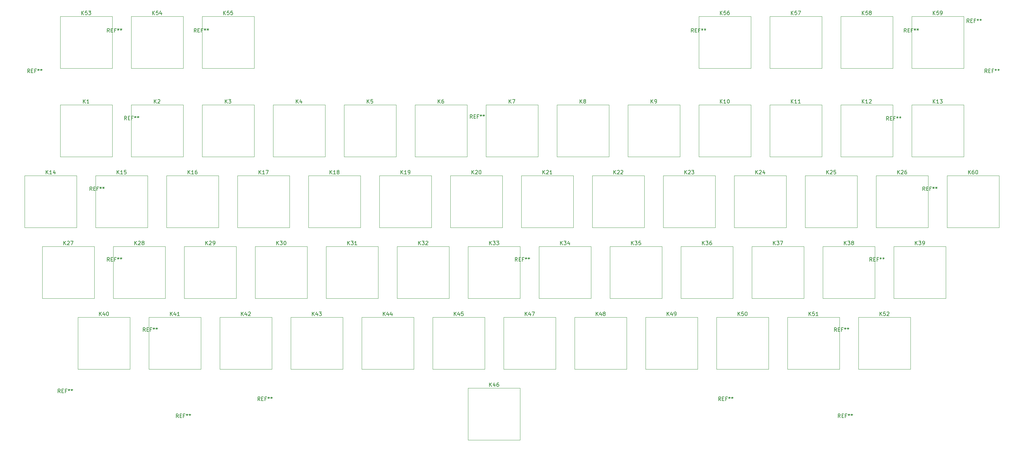
<source format=gto>
%TF.GenerationSoftware,KiCad,Pcbnew,5.1.9-1.fc33*%
%TF.CreationDate,2021-02-28T14:37:16-05:00*%
%TF.ProjectId,3m_whisper,336d5f77-6869-4737-9065-722e6b696361,rev?*%
%TF.SameCoordinates,Original*%
%TF.FileFunction,Legend,Top*%
%TF.FilePolarity,Positive*%
%FSLAX46Y46*%
G04 Gerber Fmt 4.6, Leading zero omitted, Abs format (unit mm)*
G04 Created by KiCad (PCBNEW 5.1.9-1.fc33) date 2021-02-28 14:37:16*
%MOMM*%
%LPD*%
G01*
G04 APERTURE LIST*
%ADD10C,0.120000*%
%ADD11C,0.150000*%
G04 APERTURE END LIST*
D10*
%TO.C,K1*%
X119058500Y-92583000D02*
X119058500Y-78613000D01*
X133028500Y-92583000D02*
X119058500Y-92583000D01*
X133028500Y-78613000D02*
X133028500Y-92583000D01*
X119058500Y-78613000D02*
X133028500Y-78613000D01*
%TO.C,K2*%
X138108500Y-92583000D02*
X138108500Y-78613000D01*
X152078500Y-92583000D02*
X138108500Y-92583000D01*
X152078500Y-78613000D02*
X152078500Y-92583000D01*
X138108500Y-78613000D02*
X152078500Y-78613000D01*
%TO.C,K3*%
X157158500Y-78613000D02*
X171128500Y-78613000D01*
X171128500Y-78613000D02*
X171128500Y-92583000D01*
X171128500Y-92583000D02*
X157158500Y-92583000D01*
X157158500Y-92583000D02*
X157158500Y-78613000D01*
%TO.C,K4*%
X176208500Y-92583000D02*
X176208500Y-78613000D01*
X190178500Y-92583000D02*
X176208500Y-92583000D01*
X190178500Y-78613000D02*
X190178500Y-92583000D01*
X176208500Y-78613000D02*
X190178500Y-78613000D01*
%TO.C,K5*%
X195258500Y-92583000D02*
X195258500Y-78613000D01*
X209228500Y-92583000D02*
X195258500Y-92583000D01*
X209228500Y-78613000D02*
X209228500Y-92583000D01*
X195258500Y-78613000D02*
X209228500Y-78613000D01*
%TO.C,K6*%
X214308500Y-92583000D02*
X214308500Y-78613000D01*
X228278500Y-92583000D02*
X214308500Y-92583000D01*
X228278500Y-78613000D02*
X228278500Y-92583000D01*
X214308500Y-78613000D02*
X228278500Y-78613000D01*
%TO.C,K7*%
X233358500Y-78613000D02*
X247328500Y-78613000D01*
X247328500Y-78613000D02*
X247328500Y-92583000D01*
X247328500Y-92583000D02*
X233358500Y-92583000D01*
X233358500Y-92583000D02*
X233358500Y-78613000D01*
%TO.C,K8*%
X252408500Y-78613000D02*
X266378500Y-78613000D01*
X266378500Y-78613000D02*
X266378500Y-92583000D01*
X266378500Y-92583000D02*
X252408500Y-92583000D01*
X252408500Y-92583000D02*
X252408500Y-78613000D01*
%TO.C,K9*%
X271458500Y-78613000D02*
X285428500Y-78613000D01*
X285428500Y-78613000D02*
X285428500Y-92583000D01*
X285428500Y-92583000D02*
X271458500Y-92583000D01*
X271458500Y-92583000D02*
X271458500Y-78613000D01*
%TO.C,K10*%
X290508500Y-78613000D02*
X304478500Y-78613000D01*
X304478500Y-78613000D02*
X304478500Y-92583000D01*
X304478500Y-92583000D02*
X290508500Y-92583000D01*
X290508500Y-92583000D02*
X290508500Y-78613000D01*
%TO.C,K11*%
X309558500Y-78613000D02*
X323528500Y-78613000D01*
X323528500Y-78613000D02*
X323528500Y-92583000D01*
X323528500Y-92583000D02*
X309558500Y-92583000D01*
X309558500Y-92583000D02*
X309558500Y-78613000D01*
%TO.C,K12*%
X328608500Y-78613000D02*
X342578500Y-78613000D01*
X342578500Y-78613000D02*
X342578500Y-92583000D01*
X342578500Y-92583000D02*
X328608500Y-92583000D01*
X328608500Y-92583000D02*
X328608500Y-78613000D01*
%TO.C,K13*%
X347658500Y-78613000D02*
X361628500Y-78613000D01*
X361628500Y-78613000D02*
X361628500Y-92583000D01*
X361628500Y-92583000D02*
X347658500Y-92583000D01*
X347658500Y-92583000D02*
X347658500Y-78613000D01*
%TO.C,K14*%
X109533500Y-111633000D02*
X109533500Y-97663000D01*
X123503500Y-111633000D02*
X109533500Y-111633000D01*
X123503500Y-97663000D02*
X123503500Y-111633000D01*
X109533500Y-97663000D02*
X123503500Y-97663000D01*
%TO.C,K15*%
X128583500Y-111633000D02*
X128583500Y-97663000D01*
X142553500Y-111633000D02*
X128583500Y-111633000D01*
X142553500Y-97663000D02*
X142553500Y-111633000D01*
X128583500Y-97663000D02*
X142553500Y-97663000D01*
%TO.C,K16*%
X147633500Y-97663000D02*
X161603500Y-97663000D01*
X161603500Y-97663000D02*
X161603500Y-111633000D01*
X161603500Y-111633000D02*
X147633500Y-111633000D01*
X147633500Y-111633000D02*
X147633500Y-97663000D01*
%TO.C,K17*%
X166683500Y-97663000D02*
X180653500Y-97663000D01*
X180653500Y-97663000D02*
X180653500Y-111633000D01*
X180653500Y-111633000D02*
X166683500Y-111633000D01*
X166683500Y-111633000D02*
X166683500Y-97663000D01*
%TO.C,K18*%
X185733500Y-97663000D02*
X199703500Y-97663000D01*
X199703500Y-97663000D02*
X199703500Y-111633000D01*
X199703500Y-111633000D02*
X185733500Y-111633000D01*
X185733500Y-111633000D02*
X185733500Y-97663000D01*
%TO.C,K19*%
X204783500Y-111633000D02*
X204783500Y-97663000D01*
X218753500Y-111633000D02*
X204783500Y-111633000D01*
X218753500Y-97663000D02*
X218753500Y-111633000D01*
X204783500Y-97663000D02*
X218753500Y-97663000D01*
%TO.C,K20*%
X223833500Y-97663000D02*
X237803500Y-97663000D01*
X237803500Y-97663000D02*
X237803500Y-111633000D01*
X237803500Y-111633000D02*
X223833500Y-111633000D01*
X223833500Y-111633000D02*
X223833500Y-97663000D01*
%TO.C,K21*%
X242883500Y-97663000D02*
X256853500Y-97663000D01*
X256853500Y-97663000D02*
X256853500Y-111633000D01*
X256853500Y-111633000D02*
X242883500Y-111633000D01*
X242883500Y-111633000D02*
X242883500Y-97663000D01*
%TO.C,K22*%
X261933500Y-97663000D02*
X275903500Y-97663000D01*
X275903500Y-97663000D02*
X275903500Y-111633000D01*
X275903500Y-111633000D02*
X261933500Y-111633000D01*
X261933500Y-111633000D02*
X261933500Y-97663000D01*
%TO.C,K23*%
X280983500Y-111633000D02*
X280983500Y-97663000D01*
X294953500Y-111633000D02*
X280983500Y-111633000D01*
X294953500Y-97663000D02*
X294953500Y-111633000D01*
X280983500Y-97663000D02*
X294953500Y-97663000D01*
%TO.C,K24*%
X300033500Y-97663000D02*
X314003500Y-97663000D01*
X314003500Y-97663000D02*
X314003500Y-111633000D01*
X314003500Y-111633000D02*
X300033500Y-111633000D01*
X300033500Y-111633000D02*
X300033500Y-97663000D01*
%TO.C,K25*%
X319083500Y-111633000D02*
X319083500Y-97663000D01*
X333053500Y-111633000D02*
X319083500Y-111633000D01*
X333053500Y-97663000D02*
X333053500Y-111633000D01*
X319083500Y-97663000D02*
X333053500Y-97663000D01*
%TO.C,K26*%
X338133500Y-97663000D02*
X352103500Y-97663000D01*
X352103500Y-97663000D02*
X352103500Y-111633000D01*
X352103500Y-111633000D02*
X338133500Y-111633000D01*
X338133500Y-111633000D02*
X338133500Y-97663000D01*
%TO.C,K27*%
X114296000Y-116713000D02*
X128266000Y-116713000D01*
X128266000Y-116713000D02*
X128266000Y-130683000D01*
X128266000Y-130683000D02*
X114296000Y-130683000D01*
X114296000Y-130683000D02*
X114296000Y-116713000D01*
%TO.C,K28*%
X133346000Y-116713000D02*
X147316000Y-116713000D01*
X147316000Y-116713000D02*
X147316000Y-130683000D01*
X147316000Y-130683000D02*
X133346000Y-130683000D01*
X133346000Y-130683000D02*
X133346000Y-116713000D01*
%TO.C,K29*%
X152396000Y-130683000D02*
X152396000Y-116713000D01*
X166366000Y-130683000D02*
X152396000Y-130683000D01*
X166366000Y-116713000D02*
X166366000Y-130683000D01*
X152396000Y-116713000D02*
X166366000Y-116713000D01*
%TO.C,K30*%
X171446000Y-116713000D02*
X185416000Y-116713000D01*
X185416000Y-116713000D02*
X185416000Y-130683000D01*
X185416000Y-130683000D02*
X171446000Y-130683000D01*
X171446000Y-130683000D02*
X171446000Y-116713000D01*
%TO.C,K31*%
X190496000Y-130683000D02*
X190496000Y-116713000D01*
X204466000Y-130683000D02*
X190496000Y-130683000D01*
X204466000Y-116713000D02*
X204466000Y-130683000D01*
X190496000Y-116713000D02*
X204466000Y-116713000D01*
%TO.C,K32*%
X209546000Y-116713000D02*
X223516000Y-116713000D01*
X223516000Y-116713000D02*
X223516000Y-130683000D01*
X223516000Y-130683000D02*
X209546000Y-130683000D01*
X209546000Y-130683000D02*
X209546000Y-116713000D01*
%TO.C,K33*%
X228596000Y-130683000D02*
X228596000Y-116713000D01*
X242566000Y-130683000D02*
X228596000Y-130683000D01*
X242566000Y-116713000D02*
X242566000Y-130683000D01*
X228596000Y-116713000D02*
X242566000Y-116713000D01*
%TO.C,K34*%
X247646000Y-116713000D02*
X261616000Y-116713000D01*
X261616000Y-116713000D02*
X261616000Y-130683000D01*
X261616000Y-130683000D02*
X247646000Y-130683000D01*
X247646000Y-130683000D02*
X247646000Y-116713000D01*
%TO.C,K35*%
X266696000Y-130683000D02*
X266696000Y-116713000D01*
X280666000Y-130683000D02*
X266696000Y-130683000D01*
X280666000Y-116713000D02*
X280666000Y-130683000D01*
X266696000Y-116713000D02*
X280666000Y-116713000D01*
%TO.C,K36*%
X285746000Y-130683000D02*
X285746000Y-116713000D01*
X299716000Y-130683000D02*
X285746000Y-130683000D01*
X299716000Y-116713000D02*
X299716000Y-130683000D01*
X285746000Y-116713000D02*
X299716000Y-116713000D01*
%TO.C,K37*%
X304796000Y-116713000D02*
X318766000Y-116713000D01*
X318766000Y-116713000D02*
X318766000Y-130683000D01*
X318766000Y-130683000D02*
X304796000Y-130683000D01*
X304796000Y-130683000D02*
X304796000Y-116713000D01*
%TO.C,K38*%
X323846000Y-130683000D02*
X323846000Y-116713000D01*
X337816000Y-130683000D02*
X323846000Y-130683000D01*
X337816000Y-116713000D02*
X337816000Y-130683000D01*
X323846000Y-116713000D02*
X337816000Y-116713000D01*
%TO.C,K39*%
X342896000Y-130683000D02*
X342896000Y-116713000D01*
X356866000Y-130683000D02*
X342896000Y-130683000D01*
X356866000Y-116713000D02*
X356866000Y-130683000D01*
X342896000Y-116713000D02*
X356866000Y-116713000D01*
%TO.C,K40*%
X123821000Y-149733000D02*
X123821000Y-135763000D01*
X137791000Y-149733000D02*
X123821000Y-149733000D01*
X137791000Y-135763000D02*
X137791000Y-149733000D01*
X123821000Y-135763000D02*
X137791000Y-135763000D01*
%TO.C,K41*%
X142871000Y-135763000D02*
X156841000Y-135763000D01*
X156841000Y-135763000D02*
X156841000Y-149733000D01*
X156841000Y-149733000D02*
X142871000Y-149733000D01*
X142871000Y-149733000D02*
X142871000Y-135763000D01*
%TO.C,K42*%
X161921000Y-135763000D02*
X175891000Y-135763000D01*
X175891000Y-135763000D02*
X175891000Y-149733000D01*
X175891000Y-149733000D02*
X161921000Y-149733000D01*
X161921000Y-149733000D02*
X161921000Y-135763000D01*
%TO.C,K43*%
X180971000Y-149733000D02*
X180971000Y-135763000D01*
X194941000Y-149733000D02*
X180971000Y-149733000D01*
X194941000Y-135763000D02*
X194941000Y-149733000D01*
X180971000Y-135763000D02*
X194941000Y-135763000D01*
%TO.C,K44*%
X200021000Y-135763000D02*
X213991000Y-135763000D01*
X213991000Y-135763000D02*
X213991000Y-149733000D01*
X213991000Y-149733000D02*
X200021000Y-149733000D01*
X200021000Y-149733000D02*
X200021000Y-135763000D01*
%TO.C,K45*%
X219071000Y-149733000D02*
X219071000Y-135763000D01*
X233041000Y-149733000D02*
X219071000Y-149733000D01*
X233041000Y-135763000D02*
X233041000Y-149733000D01*
X219071000Y-135763000D02*
X233041000Y-135763000D01*
%TO.C,K46*%
X228596000Y-168783000D02*
X228596000Y-154813000D01*
X242566000Y-168783000D02*
X228596000Y-168783000D01*
X242566000Y-154813000D02*
X242566000Y-168783000D01*
X228596000Y-154813000D02*
X242566000Y-154813000D01*
%TO.C,K47*%
X238121000Y-135763000D02*
X252091000Y-135763000D01*
X252091000Y-135763000D02*
X252091000Y-149733000D01*
X252091000Y-149733000D02*
X238121000Y-149733000D01*
X238121000Y-149733000D02*
X238121000Y-135763000D01*
%TO.C,K48*%
X257171000Y-149733000D02*
X257171000Y-135763000D01*
X271141000Y-149733000D02*
X257171000Y-149733000D01*
X271141000Y-135763000D02*
X271141000Y-149733000D01*
X257171000Y-135763000D02*
X271141000Y-135763000D01*
%TO.C,K49*%
X276221000Y-135763000D02*
X290191000Y-135763000D01*
X290191000Y-135763000D02*
X290191000Y-149733000D01*
X290191000Y-149733000D02*
X276221000Y-149733000D01*
X276221000Y-149733000D02*
X276221000Y-135763000D01*
%TO.C,K50*%
X295271000Y-149733000D02*
X295271000Y-135763000D01*
X309241000Y-149733000D02*
X295271000Y-149733000D01*
X309241000Y-135763000D02*
X309241000Y-149733000D01*
X295271000Y-135763000D02*
X309241000Y-135763000D01*
%TO.C,K51*%
X314321000Y-135763000D02*
X328291000Y-135763000D01*
X328291000Y-135763000D02*
X328291000Y-149733000D01*
X328291000Y-149733000D02*
X314321000Y-149733000D01*
X314321000Y-149733000D02*
X314321000Y-135763000D01*
%TO.C,K52*%
X333371000Y-149733000D02*
X333371000Y-135763000D01*
X347341000Y-149733000D02*
X333371000Y-149733000D01*
X347341000Y-135763000D02*
X347341000Y-149733000D01*
X333371000Y-135763000D02*
X347341000Y-135763000D01*
%TO.C,K53*%
X119058500Y-54800500D02*
X133028500Y-54800500D01*
X133028500Y-54800500D02*
X133028500Y-68770500D01*
X133028500Y-68770500D02*
X119058500Y-68770500D01*
X119058500Y-68770500D02*
X119058500Y-54800500D01*
%TO.C,K54*%
X138108500Y-54800500D02*
X152078500Y-54800500D01*
X152078500Y-54800500D02*
X152078500Y-68770500D01*
X152078500Y-68770500D02*
X138108500Y-68770500D01*
X138108500Y-68770500D02*
X138108500Y-54800500D01*
%TO.C,K55*%
X157158500Y-68770500D02*
X157158500Y-54800500D01*
X171128500Y-68770500D02*
X157158500Y-68770500D01*
X171128500Y-54800500D02*
X171128500Y-68770500D01*
X157158500Y-54800500D02*
X171128500Y-54800500D01*
%TO.C,K56*%
X290508500Y-68770500D02*
X290508500Y-54800500D01*
X304478500Y-68770500D02*
X290508500Y-68770500D01*
X304478500Y-54800500D02*
X304478500Y-68770500D01*
X290508500Y-54800500D02*
X304478500Y-54800500D01*
%TO.C,K57*%
X309558500Y-68770500D02*
X309558500Y-54800500D01*
X323528500Y-68770500D02*
X309558500Y-68770500D01*
X323528500Y-54800500D02*
X323528500Y-68770500D01*
X309558500Y-54800500D02*
X323528500Y-54800500D01*
%TO.C,K58*%
X328608500Y-68770500D02*
X328608500Y-54800500D01*
X342578500Y-68770500D02*
X328608500Y-68770500D01*
X342578500Y-54800500D02*
X342578500Y-68770500D01*
X328608500Y-54800500D02*
X342578500Y-54800500D01*
%TO.C,K59*%
X347658500Y-68770500D02*
X347658500Y-54800500D01*
X361628500Y-68770500D02*
X347658500Y-68770500D01*
X361628500Y-54800500D02*
X361628500Y-68770500D01*
X347658500Y-54800500D02*
X361628500Y-54800500D01*
%TO.C,K60*%
X357183500Y-111633000D02*
X357183500Y-97663000D01*
X371153500Y-111633000D02*
X357183500Y-111633000D01*
X371153500Y-97663000D02*
X371153500Y-111633000D01*
X357183500Y-97663000D02*
X371153500Y-97663000D01*
%TO.C,REF\u002A\u002A*%
D11*
X328517166Y-162768880D02*
X328183833Y-162292690D01*
X327945738Y-162768880D02*
X327945738Y-161768880D01*
X328326690Y-161768880D01*
X328421928Y-161816500D01*
X328469547Y-161864119D01*
X328517166Y-161959357D01*
X328517166Y-162102214D01*
X328469547Y-162197452D01*
X328421928Y-162245071D01*
X328326690Y-162292690D01*
X327945738Y-162292690D01*
X328945738Y-162245071D02*
X329279071Y-162245071D01*
X329421928Y-162768880D02*
X328945738Y-162768880D01*
X328945738Y-161768880D01*
X329421928Y-161768880D01*
X330183833Y-162245071D02*
X329850500Y-162245071D01*
X329850500Y-162768880D02*
X329850500Y-161768880D01*
X330326690Y-161768880D01*
X330850500Y-161768880D02*
X330850500Y-162006976D01*
X330612404Y-161911738D02*
X330850500Y-162006976D01*
X331088595Y-161911738D01*
X330707642Y-162197452D02*
X330850500Y-162006976D01*
X330993357Y-162197452D01*
X331612404Y-161768880D02*
X331612404Y-162006976D01*
X331374309Y-161911738D02*
X331612404Y-162006976D01*
X331850500Y-161911738D01*
X331469547Y-162197452D02*
X331612404Y-162006976D01*
X331755261Y-162197452D01*
X150817166Y-162768880D02*
X150483833Y-162292690D01*
X150245738Y-162768880D02*
X150245738Y-161768880D01*
X150626690Y-161768880D01*
X150721928Y-161816500D01*
X150769547Y-161864119D01*
X150817166Y-161959357D01*
X150817166Y-162102214D01*
X150769547Y-162197452D01*
X150721928Y-162245071D01*
X150626690Y-162292690D01*
X150245738Y-162292690D01*
X151245738Y-162245071D02*
X151579071Y-162245071D01*
X151721928Y-162768880D02*
X151245738Y-162768880D01*
X151245738Y-161768880D01*
X151721928Y-161768880D01*
X152483833Y-162245071D02*
X152150500Y-162245071D01*
X152150500Y-162768880D02*
X152150500Y-161768880D01*
X152626690Y-161768880D01*
X153150500Y-161768880D02*
X153150500Y-162006976D01*
X152912404Y-161911738D02*
X153150500Y-162006976D01*
X153388595Y-161911738D01*
X153007642Y-162197452D02*
X153150500Y-162006976D01*
X153293357Y-162197452D01*
X153912404Y-161768880D02*
X153912404Y-162006976D01*
X153674309Y-161911738D02*
X153912404Y-162006976D01*
X154150500Y-161911738D01*
X153769547Y-162197452D02*
X153912404Y-162006976D01*
X154055261Y-162197452D01*
X327517166Y-139568880D02*
X327183833Y-139092690D01*
X326945738Y-139568880D02*
X326945738Y-138568880D01*
X327326690Y-138568880D01*
X327421928Y-138616500D01*
X327469547Y-138664119D01*
X327517166Y-138759357D01*
X327517166Y-138902214D01*
X327469547Y-138997452D01*
X327421928Y-139045071D01*
X327326690Y-139092690D01*
X326945738Y-139092690D01*
X327945738Y-139045071D02*
X328279071Y-139045071D01*
X328421928Y-139568880D02*
X327945738Y-139568880D01*
X327945738Y-138568880D01*
X328421928Y-138568880D01*
X329183833Y-139045071D02*
X328850500Y-139045071D01*
X328850500Y-139568880D02*
X328850500Y-138568880D01*
X329326690Y-138568880D01*
X329850500Y-138568880D02*
X329850500Y-138806976D01*
X329612404Y-138711738D02*
X329850500Y-138806976D01*
X330088595Y-138711738D01*
X329707642Y-138997452D02*
X329850500Y-138806976D01*
X329993357Y-138997452D01*
X330612404Y-138568880D02*
X330612404Y-138806976D01*
X330374309Y-138711738D02*
X330612404Y-138806976D01*
X330850500Y-138711738D01*
X330469547Y-138997452D02*
X330612404Y-138806976D01*
X330755261Y-138997452D01*
X337017166Y-120668880D02*
X336683833Y-120192690D01*
X336445738Y-120668880D02*
X336445738Y-119668880D01*
X336826690Y-119668880D01*
X336921928Y-119716500D01*
X336969547Y-119764119D01*
X337017166Y-119859357D01*
X337017166Y-120002214D01*
X336969547Y-120097452D01*
X336921928Y-120145071D01*
X336826690Y-120192690D01*
X336445738Y-120192690D01*
X337445738Y-120145071D02*
X337779071Y-120145071D01*
X337921928Y-120668880D02*
X337445738Y-120668880D01*
X337445738Y-119668880D01*
X337921928Y-119668880D01*
X338683833Y-120145071D02*
X338350500Y-120145071D01*
X338350500Y-120668880D02*
X338350500Y-119668880D01*
X338826690Y-119668880D01*
X339350500Y-119668880D02*
X339350500Y-119906976D01*
X339112404Y-119811738D02*
X339350500Y-119906976D01*
X339588595Y-119811738D01*
X339207642Y-120097452D02*
X339350500Y-119906976D01*
X339493357Y-120097452D01*
X340112404Y-119668880D02*
X340112404Y-119906976D01*
X339874309Y-119811738D02*
X340112404Y-119906976D01*
X340350500Y-119811738D01*
X339969547Y-120097452D02*
X340112404Y-119906976D01*
X340255261Y-120097452D01*
X132317166Y-120668880D02*
X131983833Y-120192690D01*
X131745738Y-120668880D02*
X131745738Y-119668880D01*
X132126690Y-119668880D01*
X132221928Y-119716500D01*
X132269547Y-119764119D01*
X132317166Y-119859357D01*
X132317166Y-120002214D01*
X132269547Y-120097452D01*
X132221928Y-120145071D01*
X132126690Y-120192690D01*
X131745738Y-120192690D01*
X132745738Y-120145071D02*
X133079071Y-120145071D01*
X133221928Y-120668880D02*
X132745738Y-120668880D01*
X132745738Y-119668880D01*
X133221928Y-119668880D01*
X133983833Y-120145071D02*
X133650500Y-120145071D01*
X133650500Y-120668880D02*
X133650500Y-119668880D01*
X134126690Y-119668880D01*
X134650500Y-119668880D02*
X134650500Y-119906976D01*
X134412404Y-119811738D02*
X134650500Y-119906976D01*
X134888595Y-119811738D01*
X134507642Y-120097452D02*
X134650500Y-119906976D01*
X134793357Y-120097452D01*
X135412404Y-119668880D02*
X135412404Y-119906976D01*
X135174309Y-119811738D02*
X135412404Y-119906976D01*
X135650500Y-119811738D01*
X135269547Y-120097452D02*
X135412404Y-119906976D01*
X135555261Y-120097452D01*
X127617166Y-101668880D02*
X127283833Y-101192690D01*
X127045738Y-101668880D02*
X127045738Y-100668880D01*
X127426690Y-100668880D01*
X127521928Y-100716500D01*
X127569547Y-100764119D01*
X127617166Y-100859357D01*
X127617166Y-101002214D01*
X127569547Y-101097452D01*
X127521928Y-101145071D01*
X127426690Y-101192690D01*
X127045738Y-101192690D01*
X128045738Y-101145071D02*
X128379071Y-101145071D01*
X128521928Y-101668880D02*
X128045738Y-101668880D01*
X128045738Y-100668880D01*
X128521928Y-100668880D01*
X129283833Y-101145071D02*
X128950500Y-101145071D01*
X128950500Y-101668880D02*
X128950500Y-100668880D01*
X129426690Y-100668880D01*
X129950500Y-100668880D02*
X129950500Y-100906976D01*
X129712404Y-100811738D02*
X129950500Y-100906976D01*
X130188595Y-100811738D01*
X129807642Y-101097452D02*
X129950500Y-100906976D01*
X130093357Y-101097452D01*
X130712404Y-100668880D02*
X130712404Y-100906976D01*
X130474309Y-100811738D02*
X130712404Y-100906976D01*
X130950500Y-100811738D01*
X130569547Y-101097452D02*
X130712404Y-100906976D01*
X130855261Y-101097452D01*
X141917166Y-139568880D02*
X141583833Y-139092690D01*
X141345738Y-139568880D02*
X141345738Y-138568880D01*
X141726690Y-138568880D01*
X141821928Y-138616500D01*
X141869547Y-138664119D01*
X141917166Y-138759357D01*
X141917166Y-138902214D01*
X141869547Y-138997452D01*
X141821928Y-139045071D01*
X141726690Y-139092690D01*
X141345738Y-139092690D01*
X142345738Y-139045071D02*
X142679071Y-139045071D01*
X142821928Y-139568880D02*
X142345738Y-139568880D01*
X142345738Y-138568880D01*
X142821928Y-138568880D01*
X143583833Y-139045071D02*
X143250500Y-139045071D01*
X143250500Y-139568880D02*
X143250500Y-138568880D01*
X143726690Y-138568880D01*
X144250500Y-138568880D02*
X144250500Y-138806976D01*
X144012404Y-138711738D02*
X144250500Y-138806976D01*
X144488595Y-138711738D01*
X144107642Y-138997452D02*
X144250500Y-138806976D01*
X144393357Y-138997452D01*
X145012404Y-138568880D02*
X145012404Y-138806976D01*
X144774309Y-138711738D02*
X145012404Y-138806976D01*
X145250500Y-138711738D01*
X144869547Y-138997452D02*
X145012404Y-138806976D01*
X145155261Y-138997452D01*
X241817166Y-120668880D02*
X241483833Y-120192690D01*
X241245738Y-120668880D02*
X241245738Y-119668880D01*
X241626690Y-119668880D01*
X241721928Y-119716500D01*
X241769547Y-119764119D01*
X241817166Y-119859357D01*
X241817166Y-120002214D01*
X241769547Y-120097452D01*
X241721928Y-120145071D01*
X241626690Y-120192690D01*
X241245738Y-120192690D01*
X242245738Y-120145071D02*
X242579071Y-120145071D01*
X242721928Y-120668880D02*
X242245738Y-120668880D01*
X242245738Y-119668880D01*
X242721928Y-119668880D01*
X243483833Y-120145071D02*
X243150500Y-120145071D01*
X243150500Y-120668880D02*
X243150500Y-119668880D01*
X243626690Y-119668880D01*
X244150500Y-119668880D02*
X244150500Y-119906976D01*
X243912404Y-119811738D02*
X244150500Y-119906976D01*
X244388595Y-119811738D01*
X244007642Y-120097452D02*
X244150500Y-119906976D01*
X244293357Y-120097452D01*
X244912404Y-119668880D02*
X244912404Y-119906976D01*
X244674309Y-119811738D02*
X244912404Y-119906976D01*
X245150500Y-119811738D01*
X244769547Y-120097452D02*
X244912404Y-119906976D01*
X245055261Y-120097452D01*
X351217166Y-101668880D02*
X350883833Y-101192690D01*
X350645738Y-101668880D02*
X350645738Y-100668880D01*
X351026690Y-100668880D01*
X351121928Y-100716500D01*
X351169547Y-100764119D01*
X351217166Y-100859357D01*
X351217166Y-101002214D01*
X351169547Y-101097452D01*
X351121928Y-101145071D01*
X351026690Y-101192690D01*
X350645738Y-101192690D01*
X351645738Y-101145071D02*
X351979071Y-101145071D01*
X352121928Y-101668880D02*
X351645738Y-101668880D01*
X351645738Y-100668880D01*
X352121928Y-100668880D01*
X352883833Y-101145071D02*
X352550500Y-101145071D01*
X352550500Y-101668880D02*
X352550500Y-100668880D01*
X353026690Y-100668880D01*
X353550500Y-100668880D02*
X353550500Y-100906976D01*
X353312404Y-100811738D02*
X353550500Y-100906976D01*
X353788595Y-100811738D01*
X353407642Y-101097452D02*
X353550500Y-100906976D01*
X353693357Y-101097452D01*
X354312404Y-100668880D02*
X354312404Y-100906976D01*
X354074309Y-100811738D02*
X354312404Y-100906976D01*
X354550500Y-100811738D01*
X354169547Y-101097452D02*
X354312404Y-100906976D01*
X354455261Y-101097452D01*
X341517166Y-82768880D02*
X341183833Y-82292690D01*
X340945738Y-82768880D02*
X340945738Y-81768880D01*
X341326690Y-81768880D01*
X341421928Y-81816500D01*
X341469547Y-81864119D01*
X341517166Y-81959357D01*
X341517166Y-82102214D01*
X341469547Y-82197452D01*
X341421928Y-82245071D01*
X341326690Y-82292690D01*
X340945738Y-82292690D01*
X341945738Y-82245071D02*
X342279071Y-82245071D01*
X342421928Y-82768880D02*
X341945738Y-82768880D01*
X341945738Y-81768880D01*
X342421928Y-81768880D01*
X343183833Y-82245071D02*
X342850500Y-82245071D01*
X342850500Y-82768880D02*
X342850500Y-81768880D01*
X343326690Y-81768880D01*
X343850500Y-81768880D02*
X343850500Y-82006976D01*
X343612404Y-81911738D02*
X343850500Y-82006976D01*
X344088595Y-81911738D01*
X343707642Y-82197452D02*
X343850500Y-82006976D01*
X343993357Y-82197452D01*
X344612404Y-81768880D02*
X344612404Y-82006976D01*
X344374309Y-81911738D02*
X344612404Y-82006976D01*
X344850500Y-81911738D01*
X344469547Y-82197452D02*
X344612404Y-82006976D01*
X344755261Y-82197452D01*
X136917166Y-82668880D02*
X136583833Y-82192690D01*
X136345738Y-82668880D02*
X136345738Y-81668880D01*
X136726690Y-81668880D01*
X136821928Y-81716500D01*
X136869547Y-81764119D01*
X136917166Y-81859357D01*
X136917166Y-82002214D01*
X136869547Y-82097452D01*
X136821928Y-82145071D01*
X136726690Y-82192690D01*
X136345738Y-82192690D01*
X137345738Y-82145071D02*
X137679071Y-82145071D01*
X137821928Y-82668880D02*
X137345738Y-82668880D01*
X137345738Y-81668880D01*
X137821928Y-81668880D01*
X138583833Y-82145071D02*
X138250500Y-82145071D01*
X138250500Y-82668880D02*
X138250500Y-81668880D01*
X138726690Y-81668880D01*
X139250500Y-81668880D02*
X139250500Y-81906976D01*
X139012404Y-81811738D02*
X139250500Y-81906976D01*
X139488595Y-81811738D01*
X139107642Y-82097452D02*
X139250500Y-81906976D01*
X139393357Y-82097452D01*
X140012404Y-81668880D02*
X140012404Y-81906976D01*
X139774309Y-81811738D02*
X140012404Y-81906976D01*
X140250500Y-81811738D01*
X139869547Y-82097452D02*
X140012404Y-81906976D01*
X140155261Y-82097452D01*
X110917166Y-69968880D02*
X110583833Y-69492690D01*
X110345738Y-69968880D02*
X110345738Y-68968880D01*
X110726690Y-68968880D01*
X110821928Y-69016500D01*
X110869547Y-69064119D01*
X110917166Y-69159357D01*
X110917166Y-69302214D01*
X110869547Y-69397452D01*
X110821928Y-69445071D01*
X110726690Y-69492690D01*
X110345738Y-69492690D01*
X111345738Y-69445071D02*
X111679071Y-69445071D01*
X111821928Y-69968880D02*
X111345738Y-69968880D01*
X111345738Y-68968880D01*
X111821928Y-68968880D01*
X112583833Y-69445071D02*
X112250500Y-69445071D01*
X112250500Y-69968880D02*
X112250500Y-68968880D01*
X112726690Y-68968880D01*
X113250500Y-68968880D02*
X113250500Y-69206976D01*
X113012404Y-69111738D02*
X113250500Y-69206976D01*
X113488595Y-69111738D01*
X113107642Y-69397452D02*
X113250500Y-69206976D01*
X113393357Y-69397452D01*
X114012404Y-68968880D02*
X114012404Y-69206976D01*
X113774309Y-69111738D02*
X114012404Y-69206976D01*
X114250500Y-69111738D01*
X113869547Y-69397452D02*
X114012404Y-69206976D01*
X114155261Y-69397452D01*
X367917166Y-69968880D02*
X367583833Y-69492690D01*
X367345738Y-69968880D02*
X367345738Y-68968880D01*
X367726690Y-68968880D01*
X367821928Y-69016500D01*
X367869547Y-69064119D01*
X367917166Y-69159357D01*
X367917166Y-69302214D01*
X367869547Y-69397452D01*
X367821928Y-69445071D01*
X367726690Y-69492690D01*
X367345738Y-69492690D01*
X368345738Y-69445071D02*
X368679071Y-69445071D01*
X368821928Y-69968880D02*
X368345738Y-69968880D01*
X368345738Y-68968880D01*
X368821928Y-68968880D01*
X369583833Y-69445071D02*
X369250500Y-69445071D01*
X369250500Y-69968880D02*
X369250500Y-68968880D01*
X369726690Y-68968880D01*
X370250500Y-68968880D02*
X370250500Y-69206976D01*
X370012404Y-69111738D02*
X370250500Y-69206976D01*
X370488595Y-69111738D01*
X370107642Y-69397452D02*
X370250500Y-69206976D01*
X370393357Y-69397452D01*
X371012404Y-68968880D02*
X371012404Y-69206976D01*
X370774309Y-69111738D02*
X371012404Y-69206976D01*
X371250500Y-69111738D01*
X370869547Y-69397452D02*
X371012404Y-69206976D01*
X371155261Y-69397452D01*
X346217166Y-59068880D02*
X345883833Y-58592690D01*
X345645738Y-59068880D02*
X345645738Y-58068880D01*
X346026690Y-58068880D01*
X346121928Y-58116500D01*
X346169547Y-58164119D01*
X346217166Y-58259357D01*
X346217166Y-58402214D01*
X346169547Y-58497452D01*
X346121928Y-58545071D01*
X346026690Y-58592690D01*
X345645738Y-58592690D01*
X346645738Y-58545071D02*
X346979071Y-58545071D01*
X347121928Y-59068880D02*
X346645738Y-59068880D01*
X346645738Y-58068880D01*
X347121928Y-58068880D01*
X347883833Y-58545071D02*
X347550500Y-58545071D01*
X347550500Y-59068880D02*
X347550500Y-58068880D01*
X348026690Y-58068880D01*
X348550500Y-58068880D02*
X348550500Y-58306976D01*
X348312404Y-58211738D02*
X348550500Y-58306976D01*
X348788595Y-58211738D01*
X348407642Y-58497452D02*
X348550500Y-58306976D01*
X348693357Y-58497452D01*
X349312404Y-58068880D02*
X349312404Y-58306976D01*
X349074309Y-58211738D02*
X349312404Y-58306976D01*
X349550500Y-58211738D01*
X349169547Y-58497452D02*
X349312404Y-58306976D01*
X349455261Y-58497452D01*
X289117166Y-59068880D02*
X288783833Y-58592690D01*
X288545738Y-59068880D02*
X288545738Y-58068880D01*
X288926690Y-58068880D01*
X289021928Y-58116500D01*
X289069547Y-58164119D01*
X289117166Y-58259357D01*
X289117166Y-58402214D01*
X289069547Y-58497452D01*
X289021928Y-58545071D01*
X288926690Y-58592690D01*
X288545738Y-58592690D01*
X289545738Y-58545071D02*
X289879071Y-58545071D01*
X290021928Y-59068880D02*
X289545738Y-59068880D01*
X289545738Y-58068880D01*
X290021928Y-58068880D01*
X290783833Y-58545071D02*
X290450500Y-58545071D01*
X290450500Y-59068880D02*
X290450500Y-58068880D01*
X290926690Y-58068880D01*
X291450500Y-58068880D02*
X291450500Y-58306976D01*
X291212404Y-58211738D02*
X291450500Y-58306976D01*
X291688595Y-58211738D01*
X291307642Y-58497452D02*
X291450500Y-58306976D01*
X291593357Y-58497452D01*
X292212404Y-58068880D02*
X292212404Y-58306976D01*
X291974309Y-58211738D02*
X292212404Y-58306976D01*
X292450500Y-58211738D01*
X292069547Y-58497452D02*
X292212404Y-58306976D01*
X292355261Y-58497452D01*
X155617166Y-59068880D02*
X155283833Y-58592690D01*
X155045738Y-59068880D02*
X155045738Y-58068880D01*
X155426690Y-58068880D01*
X155521928Y-58116500D01*
X155569547Y-58164119D01*
X155617166Y-58259357D01*
X155617166Y-58402214D01*
X155569547Y-58497452D01*
X155521928Y-58545071D01*
X155426690Y-58592690D01*
X155045738Y-58592690D01*
X156045738Y-58545071D02*
X156379071Y-58545071D01*
X156521928Y-59068880D02*
X156045738Y-59068880D01*
X156045738Y-58068880D01*
X156521928Y-58068880D01*
X157283833Y-58545071D02*
X156950500Y-58545071D01*
X156950500Y-59068880D02*
X156950500Y-58068880D01*
X157426690Y-58068880D01*
X157950500Y-58068880D02*
X157950500Y-58306976D01*
X157712404Y-58211738D02*
X157950500Y-58306976D01*
X158188595Y-58211738D01*
X157807642Y-58497452D02*
X157950500Y-58306976D01*
X158093357Y-58497452D01*
X158712404Y-58068880D02*
X158712404Y-58306976D01*
X158474309Y-58211738D02*
X158712404Y-58306976D01*
X158950500Y-58211738D01*
X158569547Y-58497452D02*
X158712404Y-58306976D01*
X158855261Y-58497452D01*
X132317166Y-59068880D02*
X131983833Y-58592690D01*
X131745738Y-59068880D02*
X131745738Y-58068880D01*
X132126690Y-58068880D01*
X132221928Y-58116500D01*
X132269547Y-58164119D01*
X132317166Y-58259357D01*
X132317166Y-58402214D01*
X132269547Y-58497452D01*
X132221928Y-58545071D01*
X132126690Y-58592690D01*
X131745738Y-58592690D01*
X132745738Y-58545071D02*
X133079071Y-58545071D01*
X133221928Y-59068880D02*
X132745738Y-59068880D01*
X132745738Y-58068880D01*
X133221928Y-58068880D01*
X133983833Y-58545071D02*
X133650500Y-58545071D01*
X133650500Y-59068880D02*
X133650500Y-58068880D01*
X134126690Y-58068880D01*
X134650500Y-58068880D02*
X134650500Y-58306976D01*
X134412404Y-58211738D02*
X134650500Y-58306976D01*
X134888595Y-58211738D01*
X134507642Y-58497452D02*
X134650500Y-58306976D01*
X134793357Y-58497452D01*
X135412404Y-58068880D02*
X135412404Y-58306976D01*
X135174309Y-58211738D02*
X135412404Y-58306976D01*
X135650500Y-58211738D01*
X135269547Y-58497452D02*
X135412404Y-58306976D01*
X135555261Y-58497452D01*
X296417166Y-158160880D02*
X296083833Y-157684690D01*
X295845738Y-158160880D02*
X295845738Y-157160880D01*
X296226690Y-157160880D01*
X296321928Y-157208500D01*
X296369547Y-157256119D01*
X296417166Y-157351357D01*
X296417166Y-157494214D01*
X296369547Y-157589452D01*
X296321928Y-157637071D01*
X296226690Y-157684690D01*
X295845738Y-157684690D01*
X296845738Y-157637071D02*
X297179071Y-157637071D01*
X297321928Y-158160880D02*
X296845738Y-158160880D01*
X296845738Y-157160880D01*
X297321928Y-157160880D01*
X298083833Y-157637071D02*
X297750500Y-157637071D01*
X297750500Y-158160880D02*
X297750500Y-157160880D01*
X298226690Y-157160880D01*
X298750500Y-157160880D02*
X298750500Y-157398976D01*
X298512404Y-157303738D02*
X298750500Y-157398976D01*
X298988595Y-157303738D01*
X298607642Y-157589452D02*
X298750500Y-157398976D01*
X298893357Y-157589452D01*
X299512404Y-157160880D02*
X299512404Y-157398976D01*
X299274309Y-157303738D02*
X299512404Y-157398976D01*
X299750500Y-157303738D01*
X299369547Y-157589452D02*
X299512404Y-157398976D01*
X299655261Y-157589452D01*
X229717166Y-82260880D02*
X229383833Y-81784690D01*
X229145738Y-82260880D02*
X229145738Y-81260880D01*
X229526690Y-81260880D01*
X229621928Y-81308500D01*
X229669547Y-81356119D01*
X229717166Y-81451357D01*
X229717166Y-81594214D01*
X229669547Y-81689452D01*
X229621928Y-81737071D01*
X229526690Y-81784690D01*
X229145738Y-81784690D01*
X230145738Y-81737071D02*
X230479071Y-81737071D01*
X230621928Y-82260880D02*
X230145738Y-82260880D01*
X230145738Y-81260880D01*
X230621928Y-81260880D01*
X231383833Y-81737071D02*
X231050500Y-81737071D01*
X231050500Y-82260880D02*
X231050500Y-81260880D01*
X231526690Y-81260880D01*
X232050500Y-81260880D02*
X232050500Y-81498976D01*
X231812404Y-81403738D02*
X232050500Y-81498976D01*
X232288595Y-81403738D01*
X231907642Y-81689452D02*
X232050500Y-81498976D01*
X232193357Y-81689452D01*
X232812404Y-81260880D02*
X232812404Y-81498976D01*
X232574309Y-81403738D02*
X232812404Y-81498976D01*
X233050500Y-81403738D01*
X232669547Y-81689452D02*
X232812404Y-81498976D01*
X232955261Y-81689452D01*
X172717166Y-158160880D02*
X172383833Y-157684690D01*
X172145738Y-158160880D02*
X172145738Y-157160880D01*
X172526690Y-157160880D01*
X172621928Y-157208500D01*
X172669547Y-157256119D01*
X172717166Y-157351357D01*
X172717166Y-157494214D01*
X172669547Y-157589452D01*
X172621928Y-157637071D01*
X172526690Y-157684690D01*
X172145738Y-157684690D01*
X173145738Y-157637071D02*
X173479071Y-157637071D01*
X173621928Y-158160880D02*
X173145738Y-158160880D01*
X173145738Y-157160880D01*
X173621928Y-157160880D01*
X174383833Y-157637071D02*
X174050500Y-157637071D01*
X174050500Y-158160880D02*
X174050500Y-157160880D01*
X174526690Y-157160880D01*
X175050500Y-157160880D02*
X175050500Y-157398976D01*
X174812404Y-157303738D02*
X175050500Y-157398976D01*
X175288595Y-157303738D01*
X174907642Y-157589452D02*
X175050500Y-157398976D01*
X175193357Y-157589452D01*
X175812404Y-157160880D02*
X175812404Y-157398976D01*
X175574309Y-157303738D02*
X175812404Y-157398976D01*
X176050500Y-157303738D01*
X175669547Y-157589452D02*
X175812404Y-157398976D01*
X175955261Y-157589452D01*
X363117166Y-56470880D02*
X362783833Y-55994690D01*
X362545738Y-56470880D02*
X362545738Y-55470880D01*
X362926690Y-55470880D01*
X363021928Y-55518500D01*
X363069547Y-55566119D01*
X363117166Y-55661357D01*
X363117166Y-55804214D01*
X363069547Y-55899452D01*
X363021928Y-55947071D01*
X362926690Y-55994690D01*
X362545738Y-55994690D01*
X363545738Y-55947071D02*
X363879071Y-55947071D01*
X364021928Y-56470880D02*
X363545738Y-56470880D01*
X363545738Y-55470880D01*
X364021928Y-55470880D01*
X364783833Y-55947071D02*
X364450500Y-55947071D01*
X364450500Y-56470880D02*
X364450500Y-55470880D01*
X364926690Y-55470880D01*
X365450500Y-55470880D02*
X365450500Y-55708976D01*
X365212404Y-55613738D02*
X365450500Y-55708976D01*
X365688595Y-55613738D01*
X365307642Y-55899452D02*
X365450500Y-55708976D01*
X365593357Y-55899452D01*
X366212404Y-55470880D02*
X366212404Y-55708976D01*
X365974309Y-55613738D02*
X366212404Y-55708976D01*
X366450500Y-55613738D01*
X366069547Y-55899452D02*
X366212404Y-55708976D01*
X366355261Y-55899452D01*
X119117166Y-156070880D02*
X118783833Y-155594690D01*
X118545738Y-156070880D02*
X118545738Y-155070880D01*
X118926690Y-155070880D01*
X119021928Y-155118500D01*
X119069547Y-155166119D01*
X119117166Y-155261357D01*
X119117166Y-155404214D01*
X119069547Y-155499452D01*
X119021928Y-155547071D01*
X118926690Y-155594690D01*
X118545738Y-155594690D01*
X119545738Y-155547071D02*
X119879071Y-155547071D01*
X120021928Y-156070880D02*
X119545738Y-156070880D01*
X119545738Y-155070880D01*
X120021928Y-155070880D01*
X120783833Y-155547071D02*
X120450500Y-155547071D01*
X120450500Y-156070880D02*
X120450500Y-155070880D01*
X120926690Y-155070880D01*
X121450500Y-155070880D02*
X121450500Y-155308976D01*
X121212404Y-155213738D02*
X121450500Y-155308976D01*
X121688595Y-155213738D01*
X121307642Y-155499452D02*
X121450500Y-155308976D01*
X121593357Y-155499452D01*
X122212404Y-155070880D02*
X122212404Y-155308976D01*
X121974309Y-155213738D02*
X122212404Y-155308976D01*
X122450500Y-155213738D01*
X122069547Y-155499452D02*
X122212404Y-155308976D01*
X122355261Y-155499452D01*
%TO.C,K1*%
X125305404Y-78176380D02*
X125305404Y-77176380D01*
X125876833Y-78176380D02*
X125448261Y-77604952D01*
X125876833Y-77176380D02*
X125305404Y-77747809D01*
X126829214Y-78176380D02*
X126257785Y-78176380D01*
X126543500Y-78176380D02*
X126543500Y-77176380D01*
X126448261Y-77319238D01*
X126353023Y-77414476D01*
X126257785Y-77462095D01*
%TO.C,K2*%
X144355404Y-78176380D02*
X144355404Y-77176380D01*
X144926833Y-78176380D02*
X144498261Y-77604952D01*
X144926833Y-77176380D02*
X144355404Y-77747809D01*
X145307785Y-77271619D02*
X145355404Y-77224000D01*
X145450642Y-77176380D01*
X145688738Y-77176380D01*
X145783976Y-77224000D01*
X145831595Y-77271619D01*
X145879214Y-77366857D01*
X145879214Y-77462095D01*
X145831595Y-77604952D01*
X145260166Y-78176380D01*
X145879214Y-78176380D01*
%TO.C,K3*%
X163405404Y-78176380D02*
X163405404Y-77176380D01*
X163976833Y-78176380D02*
X163548261Y-77604952D01*
X163976833Y-77176380D02*
X163405404Y-77747809D01*
X164310166Y-77176380D02*
X164929214Y-77176380D01*
X164595880Y-77557333D01*
X164738738Y-77557333D01*
X164833976Y-77604952D01*
X164881595Y-77652571D01*
X164929214Y-77747809D01*
X164929214Y-77985904D01*
X164881595Y-78081142D01*
X164833976Y-78128761D01*
X164738738Y-78176380D01*
X164453023Y-78176380D01*
X164357785Y-78128761D01*
X164310166Y-78081142D01*
%TO.C,K4*%
X182455404Y-78176380D02*
X182455404Y-77176380D01*
X183026833Y-78176380D02*
X182598261Y-77604952D01*
X183026833Y-77176380D02*
X182455404Y-77747809D01*
X183883976Y-77509714D02*
X183883976Y-78176380D01*
X183645880Y-77128761D02*
X183407785Y-77843047D01*
X184026833Y-77843047D01*
%TO.C,K5*%
X201505404Y-78176380D02*
X201505404Y-77176380D01*
X202076833Y-78176380D02*
X201648261Y-77604952D01*
X202076833Y-77176380D02*
X201505404Y-77747809D01*
X202981595Y-77176380D02*
X202505404Y-77176380D01*
X202457785Y-77652571D01*
X202505404Y-77604952D01*
X202600642Y-77557333D01*
X202838738Y-77557333D01*
X202933976Y-77604952D01*
X202981595Y-77652571D01*
X203029214Y-77747809D01*
X203029214Y-77985904D01*
X202981595Y-78081142D01*
X202933976Y-78128761D01*
X202838738Y-78176380D01*
X202600642Y-78176380D01*
X202505404Y-78128761D01*
X202457785Y-78081142D01*
%TO.C,K6*%
X220555404Y-78176380D02*
X220555404Y-77176380D01*
X221126833Y-78176380D02*
X220698261Y-77604952D01*
X221126833Y-77176380D02*
X220555404Y-77747809D01*
X221983976Y-77176380D02*
X221793500Y-77176380D01*
X221698261Y-77224000D01*
X221650642Y-77271619D01*
X221555404Y-77414476D01*
X221507785Y-77604952D01*
X221507785Y-77985904D01*
X221555404Y-78081142D01*
X221603023Y-78128761D01*
X221698261Y-78176380D01*
X221888738Y-78176380D01*
X221983976Y-78128761D01*
X222031595Y-78081142D01*
X222079214Y-77985904D01*
X222079214Y-77747809D01*
X222031595Y-77652571D01*
X221983976Y-77604952D01*
X221888738Y-77557333D01*
X221698261Y-77557333D01*
X221603023Y-77604952D01*
X221555404Y-77652571D01*
X221507785Y-77747809D01*
%TO.C,K7*%
X239605404Y-78176380D02*
X239605404Y-77176380D01*
X240176833Y-78176380D02*
X239748261Y-77604952D01*
X240176833Y-77176380D02*
X239605404Y-77747809D01*
X240510166Y-77176380D02*
X241176833Y-77176380D01*
X240748261Y-78176380D01*
%TO.C,K8*%
X258655404Y-78176380D02*
X258655404Y-77176380D01*
X259226833Y-78176380D02*
X258798261Y-77604952D01*
X259226833Y-77176380D02*
X258655404Y-77747809D01*
X259798261Y-77604952D02*
X259703023Y-77557333D01*
X259655404Y-77509714D01*
X259607785Y-77414476D01*
X259607785Y-77366857D01*
X259655404Y-77271619D01*
X259703023Y-77224000D01*
X259798261Y-77176380D01*
X259988738Y-77176380D01*
X260083976Y-77224000D01*
X260131595Y-77271619D01*
X260179214Y-77366857D01*
X260179214Y-77414476D01*
X260131595Y-77509714D01*
X260083976Y-77557333D01*
X259988738Y-77604952D01*
X259798261Y-77604952D01*
X259703023Y-77652571D01*
X259655404Y-77700190D01*
X259607785Y-77795428D01*
X259607785Y-77985904D01*
X259655404Y-78081142D01*
X259703023Y-78128761D01*
X259798261Y-78176380D01*
X259988738Y-78176380D01*
X260083976Y-78128761D01*
X260131595Y-78081142D01*
X260179214Y-77985904D01*
X260179214Y-77795428D01*
X260131595Y-77700190D01*
X260083976Y-77652571D01*
X259988738Y-77604952D01*
%TO.C,K9*%
X277705404Y-78176380D02*
X277705404Y-77176380D01*
X278276833Y-78176380D02*
X277848261Y-77604952D01*
X278276833Y-77176380D02*
X277705404Y-77747809D01*
X278753023Y-78176380D02*
X278943500Y-78176380D01*
X279038738Y-78128761D01*
X279086357Y-78081142D01*
X279181595Y-77938285D01*
X279229214Y-77747809D01*
X279229214Y-77366857D01*
X279181595Y-77271619D01*
X279133976Y-77224000D01*
X279038738Y-77176380D01*
X278848261Y-77176380D01*
X278753023Y-77224000D01*
X278705404Y-77271619D01*
X278657785Y-77366857D01*
X278657785Y-77604952D01*
X278705404Y-77700190D01*
X278753023Y-77747809D01*
X278848261Y-77795428D01*
X279038738Y-77795428D01*
X279133976Y-77747809D01*
X279181595Y-77700190D01*
X279229214Y-77604952D01*
%TO.C,K10*%
X296279214Y-78176380D02*
X296279214Y-77176380D01*
X296850642Y-78176380D02*
X296422071Y-77604952D01*
X296850642Y-77176380D02*
X296279214Y-77747809D01*
X297803023Y-78176380D02*
X297231595Y-78176380D01*
X297517309Y-78176380D02*
X297517309Y-77176380D01*
X297422071Y-77319238D01*
X297326833Y-77414476D01*
X297231595Y-77462095D01*
X298422071Y-77176380D02*
X298517309Y-77176380D01*
X298612547Y-77224000D01*
X298660166Y-77271619D01*
X298707785Y-77366857D01*
X298755404Y-77557333D01*
X298755404Y-77795428D01*
X298707785Y-77985904D01*
X298660166Y-78081142D01*
X298612547Y-78128761D01*
X298517309Y-78176380D01*
X298422071Y-78176380D01*
X298326833Y-78128761D01*
X298279214Y-78081142D01*
X298231595Y-77985904D01*
X298183976Y-77795428D01*
X298183976Y-77557333D01*
X298231595Y-77366857D01*
X298279214Y-77271619D01*
X298326833Y-77224000D01*
X298422071Y-77176380D01*
%TO.C,K11*%
X315329214Y-78176380D02*
X315329214Y-77176380D01*
X315900642Y-78176380D02*
X315472071Y-77604952D01*
X315900642Y-77176380D02*
X315329214Y-77747809D01*
X316853023Y-78176380D02*
X316281595Y-78176380D01*
X316567309Y-78176380D02*
X316567309Y-77176380D01*
X316472071Y-77319238D01*
X316376833Y-77414476D01*
X316281595Y-77462095D01*
X317805404Y-78176380D02*
X317233976Y-78176380D01*
X317519690Y-78176380D02*
X317519690Y-77176380D01*
X317424452Y-77319238D01*
X317329214Y-77414476D01*
X317233976Y-77462095D01*
%TO.C,K12*%
X334379214Y-78176380D02*
X334379214Y-77176380D01*
X334950642Y-78176380D02*
X334522071Y-77604952D01*
X334950642Y-77176380D02*
X334379214Y-77747809D01*
X335903023Y-78176380D02*
X335331595Y-78176380D01*
X335617309Y-78176380D02*
X335617309Y-77176380D01*
X335522071Y-77319238D01*
X335426833Y-77414476D01*
X335331595Y-77462095D01*
X336283976Y-77271619D02*
X336331595Y-77224000D01*
X336426833Y-77176380D01*
X336664928Y-77176380D01*
X336760166Y-77224000D01*
X336807785Y-77271619D01*
X336855404Y-77366857D01*
X336855404Y-77462095D01*
X336807785Y-77604952D01*
X336236357Y-78176380D01*
X336855404Y-78176380D01*
%TO.C,K13*%
X353429214Y-78176380D02*
X353429214Y-77176380D01*
X354000642Y-78176380D02*
X353572071Y-77604952D01*
X354000642Y-77176380D02*
X353429214Y-77747809D01*
X354953023Y-78176380D02*
X354381595Y-78176380D01*
X354667309Y-78176380D02*
X354667309Y-77176380D01*
X354572071Y-77319238D01*
X354476833Y-77414476D01*
X354381595Y-77462095D01*
X355286357Y-77176380D02*
X355905404Y-77176380D01*
X355572071Y-77557333D01*
X355714928Y-77557333D01*
X355810166Y-77604952D01*
X355857785Y-77652571D01*
X355905404Y-77747809D01*
X355905404Y-77985904D01*
X355857785Y-78081142D01*
X355810166Y-78128761D01*
X355714928Y-78176380D01*
X355429214Y-78176380D01*
X355333976Y-78128761D01*
X355286357Y-78081142D01*
%TO.C,K14*%
X115304214Y-97226380D02*
X115304214Y-96226380D01*
X115875642Y-97226380D02*
X115447071Y-96654952D01*
X115875642Y-96226380D02*
X115304214Y-96797809D01*
X116828023Y-97226380D02*
X116256595Y-97226380D01*
X116542309Y-97226380D02*
X116542309Y-96226380D01*
X116447071Y-96369238D01*
X116351833Y-96464476D01*
X116256595Y-96512095D01*
X117685166Y-96559714D02*
X117685166Y-97226380D01*
X117447071Y-96178761D02*
X117208976Y-96893047D01*
X117828023Y-96893047D01*
%TO.C,K15*%
X134354214Y-97226380D02*
X134354214Y-96226380D01*
X134925642Y-97226380D02*
X134497071Y-96654952D01*
X134925642Y-96226380D02*
X134354214Y-96797809D01*
X135878023Y-97226380D02*
X135306595Y-97226380D01*
X135592309Y-97226380D02*
X135592309Y-96226380D01*
X135497071Y-96369238D01*
X135401833Y-96464476D01*
X135306595Y-96512095D01*
X136782785Y-96226380D02*
X136306595Y-96226380D01*
X136258976Y-96702571D01*
X136306595Y-96654952D01*
X136401833Y-96607333D01*
X136639928Y-96607333D01*
X136735166Y-96654952D01*
X136782785Y-96702571D01*
X136830404Y-96797809D01*
X136830404Y-97035904D01*
X136782785Y-97131142D01*
X136735166Y-97178761D01*
X136639928Y-97226380D01*
X136401833Y-97226380D01*
X136306595Y-97178761D01*
X136258976Y-97131142D01*
%TO.C,K16*%
X153404214Y-97226380D02*
X153404214Y-96226380D01*
X153975642Y-97226380D02*
X153547071Y-96654952D01*
X153975642Y-96226380D02*
X153404214Y-96797809D01*
X154928023Y-97226380D02*
X154356595Y-97226380D01*
X154642309Y-97226380D02*
X154642309Y-96226380D01*
X154547071Y-96369238D01*
X154451833Y-96464476D01*
X154356595Y-96512095D01*
X155785166Y-96226380D02*
X155594690Y-96226380D01*
X155499452Y-96274000D01*
X155451833Y-96321619D01*
X155356595Y-96464476D01*
X155308976Y-96654952D01*
X155308976Y-97035904D01*
X155356595Y-97131142D01*
X155404214Y-97178761D01*
X155499452Y-97226380D01*
X155689928Y-97226380D01*
X155785166Y-97178761D01*
X155832785Y-97131142D01*
X155880404Y-97035904D01*
X155880404Y-96797809D01*
X155832785Y-96702571D01*
X155785166Y-96654952D01*
X155689928Y-96607333D01*
X155499452Y-96607333D01*
X155404214Y-96654952D01*
X155356595Y-96702571D01*
X155308976Y-96797809D01*
%TO.C,K17*%
X172454214Y-97226380D02*
X172454214Y-96226380D01*
X173025642Y-97226380D02*
X172597071Y-96654952D01*
X173025642Y-96226380D02*
X172454214Y-96797809D01*
X173978023Y-97226380D02*
X173406595Y-97226380D01*
X173692309Y-97226380D02*
X173692309Y-96226380D01*
X173597071Y-96369238D01*
X173501833Y-96464476D01*
X173406595Y-96512095D01*
X174311357Y-96226380D02*
X174978023Y-96226380D01*
X174549452Y-97226380D01*
%TO.C,K18*%
X191504214Y-97226380D02*
X191504214Y-96226380D01*
X192075642Y-97226380D02*
X191647071Y-96654952D01*
X192075642Y-96226380D02*
X191504214Y-96797809D01*
X193028023Y-97226380D02*
X192456595Y-97226380D01*
X192742309Y-97226380D02*
X192742309Y-96226380D01*
X192647071Y-96369238D01*
X192551833Y-96464476D01*
X192456595Y-96512095D01*
X193599452Y-96654952D02*
X193504214Y-96607333D01*
X193456595Y-96559714D01*
X193408976Y-96464476D01*
X193408976Y-96416857D01*
X193456595Y-96321619D01*
X193504214Y-96274000D01*
X193599452Y-96226380D01*
X193789928Y-96226380D01*
X193885166Y-96274000D01*
X193932785Y-96321619D01*
X193980404Y-96416857D01*
X193980404Y-96464476D01*
X193932785Y-96559714D01*
X193885166Y-96607333D01*
X193789928Y-96654952D01*
X193599452Y-96654952D01*
X193504214Y-96702571D01*
X193456595Y-96750190D01*
X193408976Y-96845428D01*
X193408976Y-97035904D01*
X193456595Y-97131142D01*
X193504214Y-97178761D01*
X193599452Y-97226380D01*
X193789928Y-97226380D01*
X193885166Y-97178761D01*
X193932785Y-97131142D01*
X193980404Y-97035904D01*
X193980404Y-96845428D01*
X193932785Y-96750190D01*
X193885166Y-96702571D01*
X193789928Y-96654952D01*
%TO.C,K19*%
X210554214Y-97226380D02*
X210554214Y-96226380D01*
X211125642Y-97226380D02*
X210697071Y-96654952D01*
X211125642Y-96226380D02*
X210554214Y-96797809D01*
X212078023Y-97226380D02*
X211506595Y-97226380D01*
X211792309Y-97226380D02*
X211792309Y-96226380D01*
X211697071Y-96369238D01*
X211601833Y-96464476D01*
X211506595Y-96512095D01*
X212554214Y-97226380D02*
X212744690Y-97226380D01*
X212839928Y-97178761D01*
X212887547Y-97131142D01*
X212982785Y-96988285D01*
X213030404Y-96797809D01*
X213030404Y-96416857D01*
X212982785Y-96321619D01*
X212935166Y-96274000D01*
X212839928Y-96226380D01*
X212649452Y-96226380D01*
X212554214Y-96274000D01*
X212506595Y-96321619D01*
X212458976Y-96416857D01*
X212458976Y-96654952D01*
X212506595Y-96750190D01*
X212554214Y-96797809D01*
X212649452Y-96845428D01*
X212839928Y-96845428D01*
X212935166Y-96797809D01*
X212982785Y-96750190D01*
X213030404Y-96654952D01*
%TO.C,K20*%
X229604214Y-97226380D02*
X229604214Y-96226380D01*
X230175642Y-97226380D02*
X229747071Y-96654952D01*
X230175642Y-96226380D02*
X229604214Y-96797809D01*
X230556595Y-96321619D02*
X230604214Y-96274000D01*
X230699452Y-96226380D01*
X230937547Y-96226380D01*
X231032785Y-96274000D01*
X231080404Y-96321619D01*
X231128023Y-96416857D01*
X231128023Y-96512095D01*
X231080404Y-96654952D01*
X230508976Y-97226380D01*
X231128023Y-97226380D01*
X231747071Y-96226380D02*
X231842309Y-96226380D01*
X231937547Y-96274000D01*
X231985166Y-96321619D01*
X232032785Y-96416857D01*
X232080404Y-96607333D01*
X232080404Y-96845428D01*
X232032785Y-97035904D01*
X231985166Y-97131142D01*
X231937547Y-97178761D01*
X231842309Y-97226380D01*
X231747071Y-97226380D01*
X231651833Y-97178761D01*
X231604214Y-97131142D01*
X231556595Y-97035904D01*
X231508976Y-96845428D01*
X231508976Y-96607333D01*
X231556595Y-96416857D01*
X231604214Y-96321619D01*
X231651833Y-96274000D01*
X231747071Y-96226380D01*
%TO.C,K21*%
X248654214Y-97226380D02*
X248654214Y-96226380D01*
X249225642Y-97226380D02*
X248797071Y-96654952D01*
X249225642Y-96226380D02*
X248654214Y-96797809D01*
X249606595Y-96321619D02*
X249654214Y-96274000D01*
X249749452Y-96226380D01*
X249987547Y-96226380D01*
X250082785Y-96274000D01*
X250130404Y-96321619D01*
X250178023Y-96416857D01*
X250178023Y-96512095D01*
X250130404Y-96654952D01*
X249558976Y-97226380D01*
X250178023Y-97226380D01*
X251130404Y-97226380D02*
X250558976Y-97226380D01*
X250844690Y-97226380D02*
X250844690Y-96226380D01*
X250749452Y-96369238D01*
X250654214Y-96464476D01*
X250558976Y-96512095D01*
%TO.C,K22*%
X267704214Y-97226380D02*
X267704214Y-96226380D01*
X268275642Y-97226380D02*
X267847071Y-96654952D01*
X268275642Y-96226380D02*
X267704214Y-96797809D01*
X268656595Y-96321619D02*
X268704214Y-96274000D01*
X268799452Y-96226380D01*
X269037547Y-96226380D01*
X269132785Y-96274000D01*
X269180404Y-96321619D01*
X269228023Y-96416857D01*
X269228023Y-96512095D01*
X269180404Y-96654952D01*
X268608976Y-97226380D01*
X269228023Y-97226380D01*
X269608976Y-96321619D02*
X269656595Y-96274000D01*
X269751833Y-96226380D01*
X269989928Y-96226380D01*
X270085166Y-96274000D01*
X270132785Y-96321619D01*
X270180404Y-96416857D01*
X270180404Y-96512095D01*
X270132785Y-96654952D01*
X269561357Y-97226380D01*
X270180404Y-97226380D01*
%TO.C,K23*%
X286754214Y-97226380D02*
X286754214Y-96226380D01*
X287325642Y-97226380D02*
X286897071Y-96654952D01*
X287325642Y-96226380D02*
X286754214Y-96797809D01*
X287706595Y-96321619D02*
X287754214Y-96274000D01*
X287849452Y-96226380D01*
X288087547Y-96226380D01*
X288182785Y-96274000D01*
X288230404Y-96321619D01*
X288278023Y-96416857D01*
X288278023Y-96512095D01*
X288230404Y-96654952D01*
X287658976Y-97226380D01*
X288278023Y-97226380D01*
X288611357Y-96226380D02*
X289230404Y-96226380D01*
X288897071Y-96607333D01*
X289039928Y-96607333D01*
X289135166Y-96654952D01*
X289182785Y-96702571D01*
X289230404Y-96797809D01*
X289230404Y-97035904D01*
X289182785Y-97131142D01*
X289135166Y-97178761D01*
X289039928Y-97226380D01*
X288754214Y-97226380D01*
X288658976Y-97178761D01*
X288611357Y-97131142D01*
%TO.C,K24*%
X305804214Y-97226380D02*
X305804214Y-96226380D01*
X306375642Y-97226380D02*
X305947071Y-96654952D01*
X306375642Y-96226380D02*
X305804214Y-96797809D01*
X306756595Y-96321619D02*
X306804214Y-96274000D01*
X306899452Y-96226380D01*
X307137547Y-96226380D01*
X307232785Y-96274000D01*
X307280404Y-96321619D01*
X307328023Y-96416857D01*
X307328023Y-96512095D01*
X307280404Y-96654952D01*
X306708976Y-97226380D01*
X307328023Y-97226380D01*
X308185166Y-96559714D02*
X308185166Y-97226380D01*
X307947071Y-96178761D02*
X307708976Y-96893047D01*
X308328023Y-96893047D01*
%TO.C,K25*%
X324854214Y-97226380D02*
X324854214Y-96226380D01*
X325425642Y-97226380D02*
X324997071Y-96654952D01*
X325425642Y-96226380D02*
X324854214Y-96797809D01*
X325806595Y-96321619D02*
X325854214Y-96274000D01*
X325949452Y-96226380D01*
X326187547Y-96226380D01*
X326282785Y-96274000D01*
X326330404Y-96321619D01*
X326378023Y-96416857D01*
X326378023Y-96512095D01*
X326330404Y-96654952D01*
X325758976Y-97226380D01*
X326378023Y-97226380D01*
X327282785Y-96226380D02*
X326806595Y-96226380D01*
X326758976Y-96702571D01*
X326806595Y-96654952D01*
X326901833Y-96607333D01*
X327139928Y-96607333D01*
X327235166Y-96654952D01*
X327282785Y-96702571D01*
X327330404Y-96797809D01*
X327330404Y-97035904D01*
X327282785Y-97131142D01*
X327235166Y-97178761D01*
X327139928Y-97226380D01*
X326901833Y-97226380D01*
X326806595Y-97178761D01*
X326758976Y-97131142D01*
%TO.C,K26*%
X343904214Y-97226380D02*
X343904214Y-96226380D01*
X344475642Y-97226380D02*
X344047071Y-96654952D01*
X344475642Y-96226380D02*
X343904214Y-96797809D01*
X344856595Y-96321619D02*
X344904214Y-96274000D01*
X344999452Y-96226380D01*
X345237547Y-96226380D01*
X345332785Y-96274000D01*
X345380404Y-96321619D01*
X345428023Y-96416857D01*
X345428023Y-96512095D01*
X345380404Y-96654952D01*
X344808976Y-97226380D01*
X345428023Y-97226380D01*
X346285166Y-96226380D02*
X346094690Y-96226380D01*
X345999452Y-96274000D01*
X345951833Y-96321619D01*
X345856595Y-96464476D01*
X345808976Y-96654952D01*
X345808976Y-97035904D01*
X345856595Y-97131142D01*
X345904214Y-97178761D01*
X345999452Y-97226380D01*
X346189928Y-97226380D01*
X346285166Y-97178761D01*
X346332785Y-97131142D01*
X346380404Y-97035904D01*
X346380404Y-96797809D01*
X346332785Y-96702571D01*
X346285166Y-96654952D01*
X346189928Y-96607333D01*
X345999452Y-96607333D01*
X345904214Y-96654952D01*
X345856595Y-96702571D01*
X345808976Y-96797809D01*
%TO.C,K27*%
X120066714Y-116276380D02*
X120066714Y-115276380D01*
X120638142Y-116276380D02*
X120209571Y-115704952D01*
X120638142Y-115276380D02*
X120066714Y-115847809D01*
X121019095Y-115371619D02*
X121066714Y-115324000D01*
X121161952Y-115276380D01*
X121400047Y-115276380D01*
X121495285Y-115324000D01*
X121542904Y-115371619D01*
X121590523Y-115466857D01*
X121590523Y-115562095D01*
X121542904Y-115704952D01*
X120971476Y-116276380D01*
X121590523Y-116276380D01*
X121923857Y-115276380D02*
X122590523Y-115276380D01*
X122161952Y-116276380D01*
%TO.C,K28*%
X139116714Y-116276380D02*
X139116714Y-115276380D01*
X139688142Y-116276380D02*
X139259571Y-115704952D01*
X139688142Y-115276380D02*
X139116714Y-115847809D01*
X140069095Y-115371619D02*
X140116714Y-115324000D01*
X140211952Y-115276380D01*
X140450047Y-115276380D01*
X140545285Y-115324000D01*
X140592904Y-115371619D01*
X140640523Y-115466857D01*
X140640523Y-115562095D01*
X140592904Y-115704952D01*
X140021476Y-116276380D01*
X140640523Y-116276380D01*
X141211952Y-115704952D02*
X141116714Y-115657333D01*
X141069095Y-115609714D01*
X141021476Y-115514476D01*
X141021476Y-115466857D01*
X141069095Y-115371619D01*
X141116714Y-115324000D01*
X141211952Y-115276380D01*
X141402428Y-115276380D01*
X141497666Y-115324000D01*
X141545285Y-115371619D01*
X141592904Y-115466857D01*
X141592904Y-115514476D01*
X141545285Y-115609714D01*
X141497666Y-115657333D01*
X141402428Y-115704952D01*
X141211952Y-115704952D01*
X141116714Y-115752571D01*
X141069095Y-115800190D01*
X141021476Y-115895428D01*
X141021476Y-116085904D01*
X141069095Y-116181142D01*
X141116714Y-116228761D01*
X141211952Y-116276380D01*
X141402428Y-116276380D01*
X141497666Y-116228761D01*
X141545285Y-116181142D01*
X141592904Y-116085904D01*
X141592904Y-115895428D01*
X141545285Y-115800190D01*
X141497666Y-115752571D01*
X141402428Y-115704952D01*
%TO.C,K29*%
X158166714Y-116276380D02*
X158166714Y-115276380D01*
X158738142Y-116276380D02*
X158309571Y-115704952D01*
X158738142Y-115276380D02*
X158166714Y-115847809D01*
X159119095Y-115371619D02*
X159166714Y-115324000D01*
X159261952Y-115276380D01*
X159500047Y-115276380D01*
X159595285Y-115324000D01*
X159642904Y-115371619D01*
X159690523Y-115466857D01*
X159690523Y-115562095D01*
X159642904Y-115704952D01*
X159071476Y-116276380D01*
X159690523Y-116276380D01*
X160166714Y-116276380D02*
X160357190Y-116276380D01*
X160452428Y-116228761D01*
X160500047Y-116181142D01*
X160595285Y-116038285D01*
X160642904Y-115847809D01*
X160642904Y-115466857D01*
X160595285Y-115371619D01*
X160547666Y-115324000D01*
X160452428Y-115276380D01*
X160261952Y-115276380D01*
X160166714Y-115324000D01*
X160119095Y-115371619D01*
X160071476Y-115466857D01*
X160071476Y-115704952D01*
X160119095Y-115800190D01*
X160166714Y-115847809D01*
X160261952Y-115895428D01*
X160452428Y-115895428D01*
X160547666Y-115847809D01*
X160595285Y-115800190D01*
X160642904Y-115704952D01*
%TO.C,K30*%
X177216714Y-116276380D02*
X177216714Y-115276380D01*
X177788142Y-116276380D02*
X177359571Y-115704952D01*
X177788142Y-115276380D02*
X177216714Y-115847809D01*
X178121476Y-115276380D02*
X178740523Y-115276380D01*
X178407190Y-115657333D01*
X178550047Y-115657333D01*
X178645285Y-115704952D01*
X178692904Y-115752571D01*
X178740523Y-115847809D01*
X178740523Y-116085904D01*
X178692904Y-116181142D01*
X178645285Y-116228761D01*
X178550047Y-116276380D01*
X178264333Y-116276380D01*
X178169095Y-116228761D01*
X178121476Y-116181142D01*
X179359571Y-115276380D02*
X179454809Y-115276380D01*
X179550047Y-115324000D01*
X179597666Y-115371619D01*
X179645285Y-115466857D01*
X179692904Y-115657333D01*
X179692904Y-115895428D01*
X179645285Y-116085904D01*
X179597666Y-116181142D01*
X179550047Y-116228761D01*
X179454809Y-116276380D01*
X179359571Y-116276380D01*
X179264333Y-116228761D01*
X179216714Y-116181142D01*
X179169095Y-116085904D01*
X179121476Y-115895428D01*
X179121476Y-115657333D01*
X179169095Y-115466857D01*
X179216714Y-115371619D01*
X179264333Y-115324000D01*
X179359571Y-115276380D01*
%TO.C,K31*%
X196266714Y-116276380D02*
X196266714Y-115276380D01*
X196838142Y-116276380D02*
X196409571Y-115704952D01*
X196838142Y-115276380D02*
X196266714Y-115847809D01*
X197171476Y-115276380D02*
X197790523Y-115276380D01*
X197457190Y-115657333D01*
X197600047Y-115657333D01*
X197695285Y-115704952D01*
X197742904Y-115752571D01*
X197790523Y-115847809D01*
X197790523Y-116085904D01*
X197742904Y-116181142D01*
X197695285Y-116228761D01*
X197600047Y-116276380D01*
X197314333Y-116276380D01*
X197219095Y-116228761D01*
X197171476Y-116181142D01*
X198742904Y-116276380D02*
X198171476Y-116276380D01*
X198457190Y-116276380D02*
X198457190Y-115276380D01*
X198361952Y-115419238D01*
X198266714Y-115514476D01*
X198171476Y-115562095D01*
%TO.C,K32*%
X215316714Y-116276380D02*
X215316714Y-115276380D01*
X215888142Y-116276380D02*
X215459571Y-115704952D01*
X215888142Y-115276380D02*
X215316714Y-115847809D01*
X216221476Y-115276380D02*
X216840523Y-115276380D01*
X216507190Y-115657333D01*
X216650047Y-115657333D01*
X216745285Y-115704952D01*
X216792904Y-115752571D01*
X216840523Y-115847809D01*
X216840523Y-116085904D01*
X216792904Y-116181142D01*
X216745285Y-116228761D01*
X216650047Y-116276380D01*
X216364333Y-116276380D01*
X216269095Y-116228761D01*
X216221476Y-116181142D01*
X217221476Y-115371619D02*
X217269095Y-115324000D01*
X217364333Y-115276380D01*
X217602428Y-115276380D01*
X217697666Y-115324000D01*
X217745285Y-115371619D01*
X217792904Y-115466857D01*
X217792904Y-115562095D01*
X217745285Y-115704952D01*
X217173857Y-116276380D01*
X217792904Y-116276380D01*
%TO.C,K33*%
X234366714Y-116276380D02*
X234366714Y-115276380D01*
X234938142Y-116276380D02*
X234509571Y-115704952D01*
X234938142Y-115276380D02*
X234366714Y-115847809D01*
X235271476Y-115276380D02*
X235890523Y-115276380D01*
X235557190Y-115657333D01*
X235700047Y-115657333D01*
X235795285Y-115704952D01*
X235842904Y-115752571D01*
X235890523Y-115847809D01*
X235890523Y-116085904D01*
X235842904Y-116181142D01*
X235795285Y-116228761D01*
X235700047Y-116276380D01*
X235414333Y-116276380D01*
X235319095Y-116228761D01*
X235271476Y-116181142D01*
X236223857Y-115276380D02*
X236842904Y-115276380D01*
X236509571Y-115657333D01*
X236652428Y-115657333D01*
X236747666Y-115704952D01*
X236795285Y-115752571D01*
X236842904Y-115847809D01*
X236842904Y-116085904D01*
X236795285Y-116181142D01*
X236747666Y-116228761D01*
X236652428Y-116276380D01*
X236366714Y-116276380D01*
X236271476Y-116228761D01*
X236223857Y-116181142D01*
%TO.C,K34*%
X253416714Y-116276380D02*
X253416714Y-115276380D01*
X253988142Y-116276380D02*
X253559571Y-115704952D01*
X253988142Y-115276380D02*
X253416714Y-115847809D01*
X254321476Y-115276380D02*
X254940523Y-115276380D01*
X254607190Y-115657333D01*
X254750047Y-115657333D01*
X254845285Y-115704952D01*
X254892904Y-115752571D01*
X254940523Y-115847809D01*
X254940523Y-116085904D01*
X254892904Y-116181142D01*
X254845285Y-116228761D01*
X254750047Y-116276380D01*
X254464333Y-116276380D01*
X254369095Y-116228761D01*
X254321476Y-116181142D01*
X255797666Y-115609714D02*
X255797666Y-116276380D01*
X255559571Y-115228761D02*
X255321476Y-115943047D01*
X255940523Y-115943047D01*
%TO.C,K35*%
X272466714Y-116276380D02*
X272466714Y-115276380D01*
X273038142Y-116276380D02*
X272609571Y-115704952D01*
X273038142Y-115276380D02*
X272466714Y-115847809D01*
X273371476Y-115276380D02*
X273990523Y-115276380D01*
X273657190Y-115657333D01*
X273800047Y-115657333D01*
X273895285Y-115704952D01*
X273942904Y-115752571D01*
X273990523Y-115847809D01*
X273990523Y-116085904D01*
X273942904Y-116181142D01*
X273895285Y-116228761D01*
X273800047Y-116276380D01*
X273514333Y-116276380D01*
X273419095Y-116228761D01*
X273371476Y-116181142D01*
X274895285Y-115276380D02*
X274419095Y-115276380D01*
X274371476Y-115752571D01*
X274419095Y-115704952D01*
X274514333Y-115657333D01*
X274752428Y-115657333D01*
X274847666Y-115704952D01*
X274895285Y-115752571D01*
X274942904Y-115847809D01*
X274942904Y-116085904D01*
X274895285Y-116181142D01*
X274847666Y-116228761D01*
X274752428Y-116276380D01*
X274514333Y-116276380D01*
X274419095Y-116228761D01*
X274371476Y-116181142D01*
%TO.C,K36*%
X291516714Y-116276380D02*
X291516714Y-115276380D01*
X292088142Y-116276380D02*
X291659571Y-115704952D01*
X292088142Y-115276380D02*
X291516714Y-115847809D01*
X292421476Y-115276380D02*
X293040523Y-115276380D01*
X292707190Y-115657333D01*
X292850047Y-115657333D01*
X292945285Y-115704952D01*
X292992904Y-115752571D01*
X293040523Y-115847809D01*
X293040523Y-116085904D01*
X292992904Y-116181142D01*
X292945285Y-116228761D01*
X292850047Y-116276380D01*
X292564333Y-116276380D01*
X292469095Y-116228761D01*
X292421476Y-116181142D01*
X293897666Y-115276380D02*
X293707190Y-115276380D01*
X293611952Y-115324000D01*
X293564333Y-115371619D01*
X293469095Y-115514476D01*
X293421476Y-115704952D01*
X293421476Y-116085904D01*
X293469095Y-116181142D01*
X293516714Y-116228761D01*
X293611952Y-116276380D01*
X293802428Y-116276380D01*
X293897666Y-116228761D01*
X293945285Y-116181142D01*
X293992904Y-116085904D01*
X293992904Y-115847809D01*
X293945285Y-115752571D01*
X293897666Y-115704952D01*
X293802428Y-115657333D01*
X293611952Y-115657333D01*
X293516714Y-115704952D01*
X293469095Y-115752571D01*
X293421476Y-115847809D01*
%TO.C,K37*%
X310566714Y-116276380D02*
X310566714Y-115276380D01*
X311138142Y-116276380D02*
X310709571Y-115704952D01*
X311138142Y-115276380D02*
X310566714Y-115847809D01*
X311471476Y-115276380D02*
X312090523Y-115276380D01*
X311757190Y-115657333D01*
X311900047Y-115657333D01*
X311995285Y-115704952D01*
X312042904Y-115752571D01*
X312090523Y-115847809D01*
X312090523Y-116085904D01*
X312042904Y-116181142D01*
X311995285Y-116228761D01*
X311900047Y-116276380D01*
X311614333Y-116276380D01*
X311519095Y-116228761D01*
X311471476Y-116181142D01*
X312423857Y-115276380D02*
X313090523Y-115276380D01*
X312661952Y-116276380D01*
%TO.C,K38*%
X329616714Y-116276380D02*
X329616714Y-115276380D01*
X330188142Y-116276380D02*
X329759571Y-115704952D01*
X330188142Y-115276380D02*
X329616714Y-115847809D01*
X330521476Y-115276380D02*
X331140523Y-115276380D01*
X330807190Y-115657333D01*
X330950047Y-115657333D01*
X331045285Y-115704952D01*
X331092904Y-115752571D01*
X331140523Y-115847809D01*
X331140523Y-116085904D01*
X331092904Y-116181142D01*
X331045285Y-116228761D01*
X330950047Y-116276380D01*
X330664333Y-116276380D01*
X330569095Y-116228761D01*
X330521476Y-116181142D01*
X331711952Y-115704952D02*
X331616714Y-115657333D01*
X331569095Y-115609714D01*
X331521476Y-115514476D01*
X331521476Y-115466857D01*
X331569095Y-115371619D01*
X331616714Y-115324000D01*
X331711952Y-115276380D01*
X331902428Y-115276380D01*
X331997666Y-115324000D01*
X332045285Y-115371619D01*
X332092904Y-115466857D01*
X332092904Y-115514476D01*
X332045285Y-115609714D01*
X331997666Y-115657333D01*
X331902428Y-115704952D01*
X331711952Y-115704952D01*
X331616714Y-115752571D01*
X331569095Y-115800190D01*
X331521476Y-115895428D01*
X331521476Y-116085904D01*
X331569095Y-116181142D01*
X331616714Y-116228761D01*
X331711952Y-116276380D01*
X331902428Y-116276380D01*
X331997666Y-116228761D01*
X332045285Y-116181142D01*
X332092904Y-116085904D01*
X332092904Y-115895428D01*
X332045285Y-115800190D01*
X331997666Y-115752571D01*
X331902428Y-115704952D01*
%TO.C,K39*%
X348666714Y-116276380D02*
X348666714Y-115276380D01*
X349238142Y-116276380D02*
X348809571Y-115704952D01*
X349238142Y-115276380D02*
X348666714Y-115847809D01*
X349571476Y-115276380D02*
X350190523Y-115276380D01*
X349857190Y-115657333D01*
X350000047Y-115657333D01*
X350095285Y-115704952D01*
X350142904Y-115752571D01*
X350190523Y-115847809D01*
X350190523Y-116085904D01*
X350142904Y-116181142D01*
X350095285Y-116228761D01*
X350000047Y-116276380D01*
X349714333Y-116276380D01*
X349619095Y-116228761D01*
X349571476Y-116181142D01*
X350666714Y-116276380D02*
X350857190Y-116276380D01*
X350952428Y-116228761D01*
X351000047Y-116181142D01*
X351095285Y-116038285D01*
X351142904Y-115847809D01*
X351142904Y-115466857D01*
X351095285Y-115371619D01*
X351047666Y-115324000D01*
X350952428Y-115276380D01*
X350761952Y-115276380D01*
X350666714Y-115324000D01*
X350619095Y-115371619D01*
X350571476Y-115466857D01*
X350571476Y-115704952D01*
X350619095Y-115800190D01*
X350666714Y-115847809D01*
X350761952Y-115895428D01*
X350952428Y-115895428D01*
X351047666Y-115847809D01*
X351095285Y-115800190D01*
X351142904Y-115704952D01*
%TO.C,K40*%
X129591714Y-135326380D02*
X129591714Y-134326380D01*
X130163142Y-135326380D02*
X129734571Y-134754952D01*
X130163142Y-134326380D02*
X129591714Y-134897809D01*
X131020285Y-134659714D02*
X131020285Y-135326380D01*
X130782190Y-134278761D02*
X130544095Y-134993047D01*
X131163142Y-134993047D01*
X131734571Y-134326380D02*
X131829809Y-134326380D01*
X131925047Y-134374000D01*
X131972666Y-134421619D01*
X132020285Y-134516857D01*
X132067904Y-134707333D01*
X132067904Y-134945428D01*
X132020285Y-135135904D01*
X131972666Y-135231142D01*
X131925047Y-135278761D01*
X131829809Y-135326380D01*
X131734571Y-135326380D01*
X131639333Y-135278761D01*
X131591714Y-135231142D01*
X131544095Y-135135904D01*
X131496476Y-134945428D01*
X131496476Y-134707333D01*
X131544095Y-134516857D01*
X131591714Y-134421619D01*
X131639333Y-134374000D01*
X131734571Y-134326380D01*
%TO.C,K41*%
X148641714Y-135326380D02*
X148641714Y-134326380D01*
X149213142Y-135326380D02*
X148784571Y-134754952D01*
X149213142Y-134326380D02*
X148641714Y-134897809D01*
X150070285Y-134659714D02*
X150070285Y-135326380D01*
X149832190Y-134278761D02*
X149594095Y-134993047D01*
X150213142Y-134993047D01*
X151117904Y-135326380D02*
X150546476Y-135326380D01*
X150832190Y-135326380D02*
X150832190Y-134326380D01*
X150736952Y-134469238D01*
X150641714Y-134564476D01*
X150546476Y-134612095D01*
%TO.C,K42*%
X167691714Y-135326380D02*
X167691714Y-134326380D01*
X168263142Y-135326380D02*
X167834571Y-134754952D01*
X168263142Y-134326380D02*
X167691714Y-134897809D01*
X169120285Y-134659714D02*
X169120285Y-135326380D01*
X168882190Y-134278761D02*
X168644095Y-134993047D01*
X169263142Y-134993047D01*
X169596476Y-134421619D02*
X169644095Y-134374000D01*
X169739333Y-134326380D01*
X169977428Y-134326380D01*
X170072666Y-134374000D01*
X170120285Y-134421619D01*
X170167904Y-134516857D01*
X170167904Y-134612095D01*
X170120285Y-134754952D01*
X169548857Y-135326380D01*
X170167904Y-135326380D01*
%TO.C,K43*%
X186741714Y-135326380D02*
X186741714Y-134326380D01*
X187313142Y-135326380D02*
X186884571Y-134754952D01*
X187313142Y-134326380D02*
X186741714Y-134897809D01*
X188170285Y-134659714D02*
X188170285Y-135326380D01*
X187932190Y-134278761D02*
X187694095Y-134993047D01*
X188313142Y-134993047D01*
X188598857Y-134326380D02*
X189217904Y-134326380D01*
X188884571Y-134707333D01*
X189027428Y-134707333D01*
X189122666Y-134754952D01*
X189170285Y-134802571D01*
X189217904Y-134897809D01*
X189217904Y-135135904D01*
X189170285Y-135231142D01*
X189122666Y-135278761D01*
X189027428Y-135326380D01*
X188741714Y-135326380D01*
X188646476Y-135278761D01*
X188598857Y-135231142D01*
%TO.C,K44*%
X205791714Y-135326380D02*
X205791714Y-134326380D01*
X206363142Y-135326380D02*
X205934571Y-134754952D01*
X206363142Y-134326380D02*
X205791714Y-134897809D01*
X207220285Y-134659714D02*
X207220285Y-135326380D01*
X206982190Y-134278761D02*
X206744095Y-134993047D01*
X207363142Y-134993047D01*
X208172666Y-134659714D02*
X208172666Y-135326380D01*
X207934571Y-134278761D02*
X207696476Y-134993047D01*
X208315523Y-134993047D01*
%TO.C,K45*%
X224841714Y-135326380D02*
X224841714Y-134326380D01*
X225413142Y-135326380D02*
X224984571Y-134754952D01*
X225413142Y-134326380D02*
X224841714Y-134897809D01*
X226270285Y-134659714D02*
X226270285Y-135326380D01*
X226032190Y-134278761D02*
X225794095Y-134993047D01*
X226413142Y-134993047D01*
X227270285Y-134326380D02*
X226794095Y-134326380D01*
X226746476Y-134802571D01*
X226794095Y-134754952D01*
X226889333Y-134707333D01*
X227127428Y-134707333D01*
X227222666Y-134754952D01*
X227270285Y-134802571D01*
X227317904Y-134897809D01*
X227317904Y-135135904D01*
X227270285Y-135231142D01*
X227222666Y-135278761D01*
X227127428Y-135326380D01*
X226889333Y-135326380D01*
X226794095Y-135278761D01*
X226746476Y-135231142D01*
%TO.C,K46*%
X234366714Y-154376380D02*
X234366714Y-153376380D01*
X234938142Y-154376380D02*
X234509571Y-153804952D01*
X234938142Y-153376380D02*
X234366714Y-153947809D01*
X235795285Y-153709714D02*
X235795285Y-154376380D01*
X235557190Y-153328761D02*
X235319095Y-154043047D01*
X235938142Y-154043047D01*
X236747666Y-153376380D02*
X236557190Y-153376380D01*
X236461952Y-153424000D01*
X236414333Y-153471619D01*
X236319095Y-153614476D01*
X236271476Y-153804952D01*
X236271476Y-154185904D01*
X236319095Y-154281142D01*
X236366714Y-154328761D01*
X236461952Y-154376380D01*
X236652428Y-154376380D01*
X236747666Y-154328761D01*
X236795285Y-154281142D01*
X236842904Y-154185904D01*
X236842904Y-153947809D01*
X236795285Y-153852571D01*
X236747666Y-153804952D01*
X236652428Y-153757333D01*
X236461952Y-153757333D01*
X236366714Y-153804952D01*
X236319095Y-153852571D01*
X236271476Y-153947809D01*
%TO.C,K47*%
X243891714Y-135326380D02*
X243891714Y-134326380D01*
X244463142Y-135326380D02*
X244034571Y-134754952D01*
X244463142Y-134326380D02*
X243891714Y-134897809D01*
X245320285Y-134659714D02*
X245320285Y-135326380D01*
X245082190Y-134278761D02*
X244844095Y-134993047D01*
X245463142Y-134993047D01*
X245748857Y-134326380D02*
X246415523Y-134326380D01*
X245986952Y-135326380D01*
%TO.C,K48*%
X262941714Y-135326380D02*
X262941714Y-134326380D01*
X263513142Y-135326380D02*
X263084571Y-134754952D01*
X263513142Y-134326380D02*
X262941714Y-134897809D01*
X264370285Y-134659714D02*
X264370285Y-135326380D01*
X264132190Y-134278761D02*
X263894095Y-134993047D01*
X264513142Y-134993047D01*
X265036952Y-134754952D02*
X264941714Y-134707333D01*
X264894095Y-134659714D01*
X264846476Y-134564476D01*
X264846476Y-134516857D01*
X264894095Y-134421619D01*
X264941714Y-134374000D01*
X265036952Y-134326380D01*
X265227428Y-134326380D01*
X265322666Y-134374000D01*
X265370285Y-134421619D01*
X265417904Y-134516857D01*
X265417904Y-134564476D01*
X265370285Y-134659714D01*
X265322666Y-134707333D01*
X265227428Y-134754952D01*
X265036952Y-134754952D01*
X264941714Y-134802571D01*
X264894095Y-134850190D01*
X264846476Y-134945428D01*
X264846476Y-135135904D01*
X264894095Y-135231142D01*
X264941714Y-135278761D01*
X265036952Y-135326380D01*
X265227428Y-135326380D01*
X265322666Y-135278761D01*
X265370285Y-135231142D01*
X265417904Y-135135904D01*
X265417904Y-134945428D01*
X265370285Y-134850190D01*
X265322666Y-134802571D01*
X265227428Y-134754952D01*
%TO.C,K49*%
X281991714Y-135326380D02*
X281991714Y-134326380D01*
X282563142Y-135326380D02*
X282134571Y-134754952D01*
X282563142Y-134326380D02*
X281991714Y-134897809D01*
X283420285Y-134659714D02*
X283420285Y-135326380D01*
X283182190Y-134278761D02*
X282944095Y-134993047D01*
X283563142Y-134993047D01*
X283991714Y-135326380D02*
X284182190Y-135326380D01*
X284277428Y-135278761D01*
X284325047Y-135231142D01*
X284420285Y-135088285D01*
X284467904Y-134897809D01*
X284467904Y-134516857D01*
X284420285Y-134421619D01*
X284372666Y-134374000D01*
X284277428Y-134326380D01*
X284086952Y-134326380D01*
X283991714Y-134374000D01*
X283944095Y-134421619D01*
X283896476Y-134516857D01*
X283896476Y-134754952D01*
X283944095Y-134850190D01*
X283991714Y-134897809D01*
X284086952Y-134945428D01*
X284277428Y-134945428D01*
X284372666Y-134897809D01*
X284420285Y-134850190D01*
X284467904Y-134754952D01*
%TO.C,K50*%
X301041714Y-135326380D02*
X301041714Y-134326380D01*
X301613142Y-135326380D02*
X301184571Y-134754952D01*
X301613142Y-134326380D02*
X301041714Y-134897809D01*
X302517904Y-134326380D02*
X302041714Y-134326380D01*
X301994095Y-134802571D01*
X302041714Y-134754952D01*
X302136952Y-134707333D01*
X302375047Y-134707333D01*
X302470285Y-134754952D01*
X302517904Y-134802571D01*
X302565523Y-134897809D01*
X302565523Y-135135904D01*
X302517904Y-135231142D01*
X302470285Y-135278761D01*
X302375047Y-135326380D01*
X302136952Y-135326380D01*
X302041714Y-135278761D01*
X301994095Y-135231142D01*
X303184571Y-134326380D02*
X303279809Y-134326380D01*
X303375047Y-134374000D01*
X303422666Y-134421619D01*
X303470285Y-134516857D01*
X303517904Y-134707333D01*
X303517904Y-134945428D01*
X303470285Y-135135904D01*
X303422666Y-135231142D01*
X303375047Y-135278761D01*
X303279809Y-135326380D01*
X303184571Y-135326380D01*
X303089333Y-135278761D01*
X303041714Y-135231142D01*
X302994095Y-135135904D01*
X302946476Y-134945428D01*
X302946476Y-134707333D01*
X302994095Y-134516857D01*
X303041714Y-134421619D01*
X303089333Y-134374000D01*
X303184571Y-134326380D01*
%TO.C,K51*%
X320091714Y-135326380D02*
X320091714Y-134326380D01*
X320663142Y-135326380D02*
X320234571Y-134754952D01*
X320663142Y-134326380D02*
X320091714Y-134897809D01*
X321567904Y-134326380D02*
X321091714Y-134326380D01*
X321044095Y-134802571D01*
X321091714Y-134754952D01*
X321186952Y-134707333D01*
X321425047Y-134707333D01*
X321520285Y-134754952D01*
X321567904Y-134802571D01*
X321615523Y-134897809D01*
X321615523Y-135135904D01*
X321567904Y-135231142D01*
X321520285Y-135278761D01*
X321425047Y-135326380D01*
X321186952Y-135326380D01*
X321091714Y-135278761D01*
X321044095Y-135231142D01*
X322567904Y-135326380D02*
X321996476Y-135326380D01*
X322282190Y-135326380D02*
X322282190Y-134326380D01*
X322186952Y-134469238D01*
X322091714Y-134564476D01*
X321996476Y-134612095D01*
%TO.C,K52*%
X339141714Y-135326380D02*
X339141714Y-134326380D01*
X339713142Y-135326380D02*
X339284571Y-134754952D01*
X339713142Y-134326380D02*
X339141714Y-134897809D01*
X340617904Y-134326380D02*
X340141714Y-134326380D01*
X340094095Y-134802571D01*
X340141714Y-134754952D01*
X340236952Y-134707333D01*
X340475047Y-134707333D01*
X340570285Y-134754952D01*
X340617904Y-134802571D01*
X340665523Y-134897809D01*
X340665523Y-135135904D01*
X340617904Y-135231142D01*
X340570285Y-135278761D01*
X340475047Y-135326380D01*
X340236952Y-135326380D01*
X340141714Y-135278761D01*
X340094095Y-135231142D01*
X341046476Y-134421619D02*
X341094095Y-134374000D01*
X341189333Y-134326380D01*
X341427428Y-134326380D01*
X341522666Y-134374000D01*
X341570285Y-134421619D01*
X341617904Y-134516857D01*
X341617904Y-134612095D01*
X341570285Y-134754952D01*
X340998857Y-135326380D01*
X341617904Y-135326380D01*
%TO.C,K53*%
X124829214Y-54363880D02*
X124829214Y-53363880D01*
X125400642Y-54363880D02*
X124972071Y-53792452D01*
X125400642Y-53363880D02*
X124829214Y-53935309D01*
X126305404Y-53363880D02*
X125829214Y-53363880D01*
X125781595Y-53840071D01*
X125829214Y-53792452D01*
X125924452Y-53744833D01*
X126162547Y-53744833D01*
X126257785Y-53792452D01*
X126305404Y-53840071D01*
X126353023Y-53935309D01*
X126353023Y-54173404D01*
X126305404Y-54268642D01*
X126257785Y-54316261D01*
X126162547Y-54363880D01*
X125924452Y-54363880D01*
X125829214Y-54316261D01*
X125781595Y-54268642D01*
X126686357Y-53363880D02*
X127305404Y-53363880D01*
X126972071Y-53744833D01*
X127114928Y-53744833D01*
X127210166Y-53792452D01*
X127257785Y-53840071D01*
X127305404Y-53935309D01*
X127305404Y-54173404D01*
X127257785Y-54268642D01*
X127210166Y-54316261D01*
X127114928Y-54363880D01*
X126829214Y-54363880D01*
X126733976Y-54316261D01*
X126686357Y-54268642D01*
%TO.C,K54*%
X143879214Y-54363880D02*
X143879214Y-53363880D01*
X144450642Y-54363880D02*
X144022071Y-53792452D01*
X144450642Y-53363880D02*
X143879214Y-53935309D01*
X145355404Y-53363880D02*
X144879214Y-53363880D01*
X144831595Y-53840071D01*
X144879214Y-53792452D01*
X144974452Y-53744833D01*
X145212547Y-53744833D01*
X145307785Y-53792452D01*
X145355404Y-53840071D01*
X145403023Y-53935309D01*
X145403023Y-54173404D01*
X145355404Y-54268642D01*
X145307785Y-54316261D01*
X145212547Y-54363880D01*
X144974452Y-54363880D01*
X144879214Y-54316261D01*
X144831595Y-54268642D01*
X146260166Y-53697214D02*
X146260166Y-54363880D01*
X146022071Y-53316261D02*
X145783976Y-54030547D01*
X146403023Y-54030547D01*
%TO.C,K55*%
X162929214Y-54363880D02*
X162929214Y-53363880D01*
X163500642Y-54363880D02*
X163072071Y-53792452D01*
X163500642Y-53363880D02*
X162929214Y-53935309D01*
X164405404Y-53363880D02*
X163929214Y-53363880D01*
X163881595Y-53840071D01*
X163929214Y-53792452D01*
X164024452Y-53744833D01*
X164262547Y-53744833D01*
X164357785Y-53792452D01*
X164405404Y-53840071D01*
X164453023Y-53935309D01*
X164453023Y-54173404D01*
X164405404Y-54268642D01*
X164357785Y-54316261D01*
X164262547Y-54363880D01*
X164024452Y-54363880D01*
X163929214Y-54316261D01*
X163881595Y-54268642D01*
X165357785Y-53363880D02*
X164881595Y-53363880D01*
X164833976Y-53840071D01*
X164881595Y-53792452D01*
X164976833Y-53744833D01*
X165214928Y-53744833D01*
X165310166Y-53792452D01*
X165357785Y-53840071D01*
X165405404Y-53935309D01*
X165405404Y-54173404D01*
X165357785Y-54268642D01*
X165310166Y-54316261D01*
X165214928Y-54363880D01*
X164976833Y-54363880D01*
X164881595Y-54316261D01*
X164833976Y-54268642D01*
%TO.C,K56*%
X296279214Y-54363880D02*
X296279214Y-53363880D01*
X296850642Y-54363880D02*
X296422071Y-53792452D01*
X296850642Y-53363880D02*
X296279214Y-53935309D01*
X297755404Y-53363880D02*
X297279214Y-53363880D01*
X297231595Y-53840071D01*
X297279214Y-53792452D01*
X297374452Y-53744833D01*
X297612547Y-53744833D01*
X297707785Y-53792452D01*
X297755404Y-53840071D01*
X297803023Y-53935309D01*
X297803023Y-54173404D01*
X297755404Y-54268642D01*
X297707785Y-54316261D01*
X297612547Y-54363880D01*
X297374452Y-54363880D01*
X297279214Y-54316261D01*
X297231595Y-54268642D01*
X298660166Y-53363880D02*
X298469690Y-53363880D01*
X298374452Y-53411500D01*
X298326833Y-53459119D01*
X298231595Y-53601976D01*
X298183976Y-53792452D01*
X298183976Y-54173404D01*
X298231595Y-54268642D01*
X298279214Y-54316261D01*
X298374452Y-54363880D01*
X298564928Y-54363880D01*
X298660166Y-54316261D01*
X298707785Y-54268642D01*
X298755404Y-54173404D01*
X298755404Y-53935309D01*
X298707785Y-53840071D01*
X298660166Y-53792452D01*
X298564928Y-53744833D01*
X298374452Y-53744833D01*
X298279214Y-53792452D01*
X298231595Y-53840071D01*
X298183976Y-53935309D01*
%TO.C,K57*%
X315329214Y-54363880D02*
X315329214Y-53363880D01*
X315900642Y-54363880D02*
X315472071Y-53792452D01*
X315900642Y-53363880D02*
X315329214Y-53935309D01*
X316805404Y-53363880D02*
X316329214Y-53363880D01*
X316281595Y-53840071D01*
X316329214Y-53792452D01*
X316424452Y-53744833D01*
X316662547Y-53744833D01*
X316757785Y-53792452D01*
X316805404Y-53840071D01*
X316853023Y-53935309D01*
X316853023Y-54173404D01*
X316805404Y-54268642D01*
X316757785Y-54316261D01*
X316662547Y-54363880D01*
X316424452Y-54363880D01*
X316329214Y-54316261D01*
X316281595Y-54268642D01*
X317186357Y-53363880D02*
X317853023Y-53363880D01*
X317424452Y-54363880D01*
%TO.C,K58*%
X334379214Y-54363880D02*
X334379214Y-53363880D01*
X334950642Y-54363880D02*
X334522071Y-53792452D01*
X334950642Y-53363880D02*
X334379214Y-53935309D01*
X335855404Y-53363880D02*
X335379214Y-53363880D01*
X335331595Y-53840071D01*
X335379214Y-53792452D01*
X335474452Y-53744833D01*
X335712547Y-53744833D01*
X335807785Y-53792452D01*
X335855404Y-53840071D01*
X335903023Y-53935309D01*
X335903023Y-54173404D01*
X335855404Y-54268642D01*
X335807785Y-54316261D01*
X335712547Y-54363880D01*
X335474452Y-54363880D01*
X335379214Y-54316261D01*
X335331595Y-54268642D01*
X336474452Y-53792452D02*
X336379214Y-53744833D01*
X336331595Y-53697214D01*
X336283976Y-53601976D01*
X336283976Y-53554357D01*
X336331595Y-53459119D01*
X336379214Y-53411500D01*
X336474452Y-53363880D01*
X336664928Y-53363880D01*
X336760166Y-53411500D01*
X336807785Y-53459119D01*
X336855404Y-53554357D01*
X336855404Y-53601976D01*
X336807785Y-53697214D01*
X336760166Y-53744833D01*
X336664928Y-53792452D01*
X336474452Y-53792452D01*
X336379214Y-53840071D01*
X336331595Y-53887690D01*
X336283976Y-53982928D01*
X336283976Y-54173404D01*
X336331595Y-54268642D01*
X336379214Y-54316261D01*
X336474452Y-54363880D01*
X336664928Y-54363880D01*
X336760166Y-54316261D01*
X336807785Y-54268642D01*
X336855404Y-54173404D01*
X336855404Y-53982928D01*
X336807785Y-53887690D01*
X336760166Y-53840071D01*
X336664928Y-53792452D01*
%TO.C,K59*%
X353429214Y-54363880D02*
X353429214Y-53363880D01*
X354000642Y-54363880D02*
X353572071Y-53792452D01*
X354000642Y-53363880D02*
X353429214Y-53935309D01*
X354905404Y-53363880D02*
X354429214Y-53363880D01*
X354381595Y-53840071D01*
X354429214Y-53792452D01*
X354524452Y-53744833D01*
X354762547Y-53744833D01*
X354857785Y-53792452D01*
X354905404Y-53840071D01*
X354953023Y-53935309D01*
X354953023Y-54173404D01*
X354905404Y-54268642D01*
X354857785Y-54316261D01*
X354762547Y-54363880D01*
X354524452Y-54363880D01*
X354429214Y-54316261D01*
X354381595Y-54268642D01*
X355429214Y-54363880D02*
X355619690Y-54363880D01*
X355714928Y-54316261D01*
X355762547Y-54268642D01*
X355857785Y-54125785D01*
X355905404Y-53935309D01*
X355905404Y-53554357D01*
X355857785Y-53459119D01*
X355810166Y-53411500D01*
X355714928Y-53363880D01*
X355524452Y-53363880D01*
X355429214Y-53411500D01*
X355381595Y-53459119D01*
X355333976Y-53554357D01*
X355333976Y-53792452D01*
X355381595Y-53887690D01*
X355429214Y-53935309D01*
X355524452Y-53982928D01*
X355714928Y-53982928D01*
X355810166Y-53935309D01*
X355857785Y-53887690D01*
X355905404Y-53792452D01*
%TO.C,K60*%
X362954214Y-97226380D02*
X362954214Y-96226380D01*
X363525642Y-97226380D02*
X363097071Y-96654952D01*
X363525642Y-96226380D02*
X362954214Y-96797809D01*
X364382785Y-96226380D02*
X364192309Y-96226380D01*
X364097071Y-96274000D01*
X364049452Y-96321619D01*
X363954214Y-96464476D01*
X363906595Y-96654952D01*
X363906595Y-97035904D01*
X363954214Y-97131142D01*
X364001833Y-97178761D01*
X364097071Y-97226380D01*
X364287547Y-97226380D01*
X364382785Y-97178761D01*
X364430404Y-97131142D01*
X364478023Y-97035904D01*
X364478023Y-96797809D01*
X364430404Y-96702571D01*
X364382785Y-96654952D01*
X364287547Y-96607333D01*
X364097071Y-96607333D01*
X364001833Y-96654952D01*
X363954214Y-96702571D01*
X363906595Y-96797809D01*
X365097071Y-96226380D02*
X365192309Y-96226380D01*
X365287547Y-96274000D01*
X365335166Y-96321619D01*
X365382785Y-96416857D01*
X365430404Y-96607333D01*
X365430404Y-96845428D01*
X365382785Y-97035904D01*
X365335166Y-97131142D01*
X365287547Y-97178761D01*
X365192309Y-97226380D01*
X365097071Y-97226380D01*
X365001833Y-97178761D01*
X364954214Y-97131142D01*
X364906595Y-97035904D01*
X364858976Y-96845428D01*
X364858976Y-96607333D01*
X364906595Y-96416857D01*
X364954214Y-96321619D01*
X365001833Y-96274000D01*
X365097071Y-96226380D01*
%TD*%
M02*

</source>
